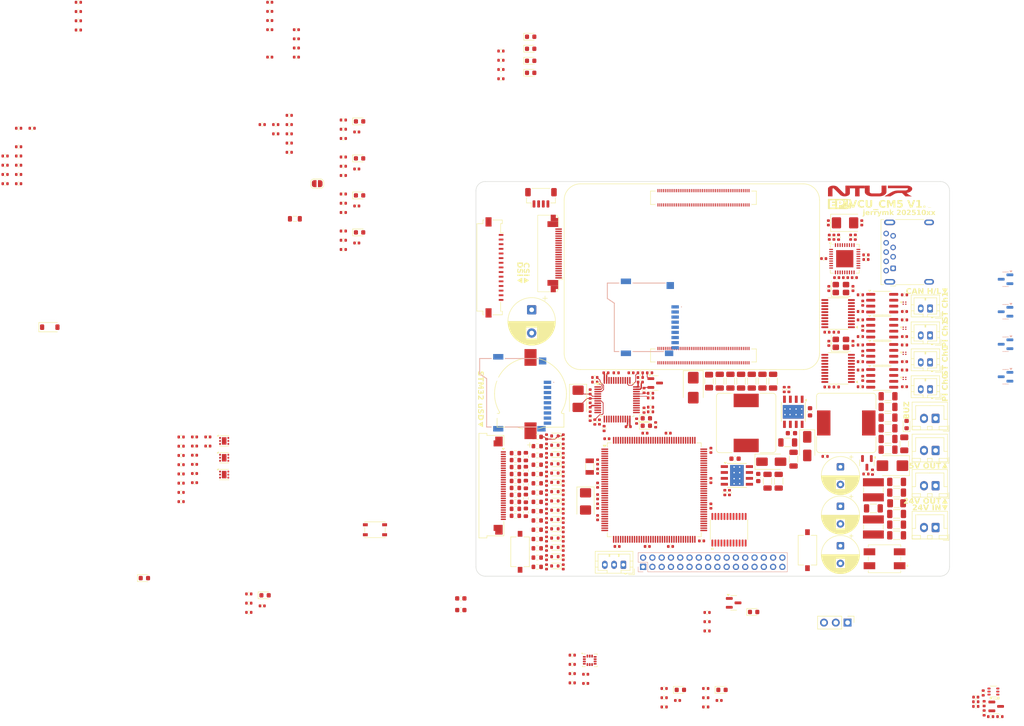
<source format=kicad_pcb>
(kicad_pcb (version 20241229) (generator "pcbnew") (generator_version "9.0")
  (title_block (title "VCU") (date "2025-06-29") (rev "3.0") (company "NTURacing Team") (comment 1 "Jack Kuo, Jerrymk, ML Tsou") (comment 2 "Electrical group"))
  (layers (0 "F.Cu" signal) (4 "In1.Cu" signal) (6 "In2.Cu" signal) (8 "In3.Cu" signal) (10 "In4.Cu" signal) (2 "B.Cu" signal) (13 "F.Paste" user) (15 "B.Paste" user) (5 "F.SilkS" user "F.Silkscreen") (7 "B.SilkS" user "B.Silkscreen") (1 "F.Mask" user) (3 "B.Mask" user) (25 "Edge.Cuts" user))
  (net 0 "")
  (net 1 "GND")
  (net 2 "+3V_BAT")
  (net 3 "+3V3")
  (net 4 "/power/5v buck mcu/24V_IN")
  (net 5 "Net-(C5-Pad1)")
  (net 6 "Net-(C6-Pad1)")
  (net 7 "/power/5V_proUPS")
  (net 8 "/vcu mcu/button3")
  (net 9 "/vcu mcu/button1")
  (net 10 "/vcu mcu/button2")
  (net 11 "/vcu mcu/button5")
  (net 12 "/vcu mcu/button4")
  (net 13 "+24V")
  (net 14 "/vcu mcu/button7")
  (net 15 "/vcu mcu/button6")
  (net 16 "/vcu mcu/current loop sensors/CL_CH1")
  (net 17 "/stlink/OSC_IN")
  (net 18 "/stlink/OSC_OUT")
  (net 19 "/computer/3V3_CAM")
  (net 20 "+5V_CPN")
  (net 21 "/computer/3V3_DISP")
  (net 22 "+5V")
  (net 23 "+5V_RPI")
  (net 24 "/vcu mcu/current loop sensors/CL_CH2")
  (net 25 "/vcu mcu/current loop sensors/CL_CH3")
  (net 26 "/vcu mcu/current loop sensors/CL_CH4")
  (net 27 "/vcu mcu/current loop sensors/CL_CH5")
  (net 28 "/vcu mcu/current loop sensors/CL_CH6")
  (net 29 "/vcu mcu/current loop sensors/CL_CH7")
  (net 30 "/vcu mcu/current loop sensors/CL_CH8")
  (net 31 "/vcu mcu/current loop sensors/CL_CH9")
  (net 32 "Net-(D11-K)")
  (net 33 "/vcu mcu/current loop sensors/CL_CH10")
  (net 34 "/vcu mcu/current loop sensors/CL_CH11")
  (net 35 "/vcu mcu/current loop sensors/CL_CH12")
  (net 36 "/vcu mcu/current loop sensors/CL_CH13")
  (net 37 "/vcu mcu/current loop sensors/CL_CH14")
  (net 38 "/stlink/DEBUG.RST")
  (net 39 "/vcu mcu/VCAP1")
  (net 40 "/vcu mcu/VCAP2")
  (net 41 "/vcu mcu/VDDA_MCU")
  (net 42 "/vcu mcu/OSC_IN")
  (net 43 "/vcu mcu/OSC_OUT")
  (net 44 "/vcu mcu/OSC32_IN")
  (net 45 "/vcu mcu/OSC32_OUT")
  (net 46 "/vcu mcu/current loop sensors/CL_CH15")
  (net 47 "Net-(D9-K)")
  (net 48 "Net-(D10-K)")
  (net 49 "/stlink/LED_STLINK")
  (net 50 "Net-(Q1-D)")
  (net 51 "Net-(Q1-G)")
  (net 52 "/computer/compute module/nACT_LED")
  (net 53 "/vcu mcu/RTD light gate")
  (net 54 "/power/PWR_LOSS")
  (net 55 "/stlink/S_DIO")
  (net 56 "/stlink/S_CLK")
  (net 57 "/computer/MIPI0.D1_P")
  (net 58 "/computer/MIPI0.D2_N")
  (net 59 "/computer/MIPI0.D3_P")
  (net 60 "/computer/MIPI0.D0_N")
  (net 61 "/computer/MIPI0.D1_N")
  (net 62 "/computer/MIPI0.D0_P")
  (net 63 "/computer/MIPI0.GPIO0")
  (net 64 "/computer/MIPI0.SCL")
  (net 65 "/computer/MIPI0.D2_P")
  (net 66 "/computer/MIPI0.C_N")
  (net 67 "/computer/MIPI0.C_P")
  (net 68 "/computer/MIPI0.D3_N")
  (net 69 "/computer/MIPI0.GPIO1")
  (net 70 "/computer/MIPI0.SDA")
  (net 71 "/computer/compute module/FAN_TACH")
  (net 72 "/computer/compute module/FAN_PWM")
  (net 73 "/computer/SD.D2")
  (net 74 "/computer/SD.D0")
  (net 75 "/computer/SD.D1")
  (net 76 "/computer/SD.D3")
  (net 77 "/computer/SD.CMD")
  (net 78 "/computer/SD.CK")
  (net 79 "/vcu mcu/button_raw7")
  (net 80 "/vcu mcu/button_raw6")
  (net 81 "/vcu mcu/RTDlight")
  (net 82 "/vcu mcu/I2C2_SDA")
  (net 83 "/vcu mcu/button_raw3")
  (net 84 "/vcu mcu/button_raw2")
  (net 85 "/vcu mcu/SPI4_MOSI_5VTTL")
  (net 86 "/vcu mcu/I2C2_SCL")
  (net 87 "/vcu mcu/button_raw5")
  (net 88 "/vcu mcu/SPI4_CS_5VTTL")
  (net 89 "/vcu mcu/button_raw1")
  (net 90 "/vcu mcu/SPI4_SCK_5VTTL")
  (net 91 "/vcu mcu/SPI4_LEDPWM_5VTTL")
  (net 92 "/vcu mcu/button_raw4")
  (net 93 "/vcu mcu/USART6_TX")
  (net 94 "/vcu mcu/USART6_RX")
  (net 95 "/vcu mcu/SDMMC1_D0")
  (net 96 "Net-(Q3-G)")
  (net 97 "Net-(D33-K)")
  (net 98 "Net-(D35-K)")
  (net 99 "Net-(D36-K)")
  (net 100 "/vcu mcu/SDMMC1_CK")
  (net 101 "/vcu mcu/SDMMC1_D1")
  (net 102 "/vcu mcu/SDMMC1_D2")
  (net 103 "/vcu mcu/SDMMC1_CMD")
  (net 104 "/vcu mcu/SDMMC1_D3")
  (net 105 "/vcu mcu/buzzer/buzzer_outbox")
  (net 106 "/computer/PCIe.nCLKREQ")
  (net 107 "/computer/PCIe.TX_P")
  (net 108 "/computer/PCIe.RX_P")
  (net 109 "/computer/PCIe.RX_N")
  (net 110 "/computer/PCIe.CLK_P")
  (net 111 "/computer/PCIe.nWAKE")
  (net 112 "/computer/PCIe.TX_N")
  (net 113 "/computer/PCIe.nRST")
  (net 114 "/computer/PCIe.CLK_N")
  (net 115 "/vcu mcu/NRST")
  (net 116 "/computer/USB3_0.RX+")
  (net 117 "/computer/40P.GPIO26")
  (net 118 "+3V3_CMOUT")
  (net 119 "Net-(D14-K)")
  (net 120 "/USB3_1.RX-")
  (net 122 "/computer/compute module/ETH_nACT_LED")
  (net 123 "/USB3_1.TX-")
  (net 124 "/computer/compute module/CC2")
  (net 125 "/computer/PCIe.PWR_EN")
  (net 126 "/computer/40P.GPIO8")
  (net 127 "+5V_CM")
  (net 128 "/computer/40P.GPIO16")
  (net 129 "/computer/compute module/HDMI1.CK_N")
  (net 130 "/USB3_1.D+")
  (net 131 "/computer/compute module/HDMI1.D1_P")
  (net 132 "/computer/compute module/HDMI1.D2_P")
  (net 133 "/computer/40P.GPIO4")
  (net 134 "/computer/40P.GPIO10")
  (net 135 "/computer/40P.GPIO6")
  (net 136 "/computer/compute module/USB_D+")
  (net 137 "/computer/compute module/HDMI1.SCL")
  (net 138 "/computer/40P.GPIO17")
  (net 139 "/computer/compute module/HDMI0.D0_P")
  (net 140 "/computer/compute module/HDMI1.CEC")
  (net 141 "/computer/40P.ID_SC")
  (net 142 "/computer/compute module/nPWR_LED")
  (net 143 "/computer/compute module/MIPI1.D2_P")
  (net 144 "/computer/40P.GPIO3")
  (net 145 "/computer/compute module/HDMI1.HOTPLUG")
  (net 146 "/computer/compute module/ETH.TRD0_N")
  (net 147 "/computer/compute module/MIPI1.D3_P")
  (net 148 "/computer/compute module/HDMI0.D1_N")
  (net 149 "Net-(Module1A-nRPIBOOT)")
  (net 150 "/computer/compute module/MIPI1.D0_N")
  (net 151 "/computer/USB3_0.D+")
  (net 152 "/computer/compute module/HDMI0.CK_N")
  (net 153 "/computer/compute module/CC1")
  (net 155 "/computer/compute module/ETH_nSPD_LED")
  (net 156 "/computer/40P.GPIO13")
  (net 157 "/computer/compute module/MIPI1.D1_P")
  (net 159 "/computer/40P.GPIO12")
  (net 160 "/computer/compute module/MIPI1.D1_N")
  (net 161 "Net-(Module1A-EEPROM_nWP)")
  (net 162 "/computer/40P.GPIO19")
  (net 163 "/computer/USB3_0.RX-")
  (net 164 "/computer/compute module/ETH.TRD1_P")
  (net 165 "/computer/compute module/HDMI0.D0_N")
  (net 166 "/USB3_1.TX+")
  (net 167 "/computer/compute module/HDMI1.D1_N")
  (net 168 "/computer/compute module/HDMI0.CK_P")
  (net 169 "/computer/compute module/HDMI0.D2_P")
  (net 170 "/computer/40P.GPIO18")
  (net 171 "/computer/40P.GPIO27")
  (net 172 "/computer/40P.ID_SD")
  (net 173 "/computer/40P.GPIO7")
  (net 174 "/computer/compute module/PWR_BTN")
  (net 175 "/computer/compute module/MIPI1.D0_P")
  (net 176 "/computer/compute module/HDMI0.SDA")
  (net 177 "+1V8_CMOUT")
  (net 178 "/computer/40P.GPIO2")
  (net 179 "/computer/compute module/HDMI0.HOTPLUG")
  (net 180 "/computer/40P.GPIO22")
  (net 181 "/USB3_1.D-")
  (net 182 "/computer/compute module/HDMI0.SCL")
  (net 183 "/computer/compute module/ETH.TRD3_N")
  (net 184 "/computer/compute module/MIPI1.D2_N")
  (net 185 "/computer/compute module/HDMI0.CEC")
  (net 186 "/computer/compute module/HDMI0.D1_P")
  (net 187 "/computer/compute module/ETH.TRD1_N")
  (net 188 "/computer/USB3_0.TX+")
  (net 189 "/computer/40P.GPIO23")
  (net 190 "/computer/compute module/HDMI1.SDA")
  (net 191 "/computer/compute module/VBUS_EN")
  (net 192 "/computer/compute module/MIPI1.D3_N")
  (net 193 "/computer/40P.GPIO24")
  (net 194 "Net-(Module1A-BT_nDisable)")
  (net 195 "/computer/SD_PWR_ON")
  (net 196 "/computer/compute module/HDMI1.D2_N")
  (net 197 "/computer/compute module/ETH.TRD2_P")
  (net 198 "/computer/40P.GPIO14")
  (net 199 "/computer/40P.GPIO5")
  (net 200 "/computer/40P.GPIO20")
  (net 202 "/computer/compute module/ETH.TRD0_P")
  (net 203 "/computer/40P.GPIO9")
  (net 204 "/computer/compute module/USB_D-")
  (net 205 "/computer/40P.GPIO25")
  (net 207 "/computer/compute module/ETH_SYNC_OUT")
  (net 208 "/USB3_1.RX+")
  (net 209 "/computer/compute module/HDMI1.CK_P")
  (net 210 "/computer/USB3_0.TX-")
  (net 211 "/computer/compute module/MIPI1.C_P")
  (net 212 "/computer/compute module/HDMI0.D2_N")
  (net 214 "/computer/compute module/HDMI1.D0_N")
  (net 215 "/computer/USB3_0.D-")
  (net 216 "/computer/40P.GPIO21")
  (net 217 "Net-(Module1A-WiFi_nDisable)")
  (net 218 "/computer/40P.GPIO11")
  (net 219 "/computer/compute module/MIPI1.C_N")
  (net 220 "/computer/compute module/ETH.TRD3_P")
  (net 221 "/computer/compute module/HDMI1.D0_P")
  (net 222 "/computer/compute module/ETH.TRD2_N")
  (net 223 "/computer/40P.GPIO15")
  (net 224 "Net-(Q2-E)")
  (net 225 "Net-(Q2-B)")
  (net 226 "Net-(U1-ST)")
  (net 227 "/vcu mcu/I2C4_SCL")
  (net 228 "/vcu mcu/I2C4_SDA")
  (net 229 "/stlink/BOOT0")
  (net 230 "/stlink/t_DIO")
  (net 231 "/stlink/RENUM")
  (net 232 "/stlink/VCP_MCU.RX")
  (net 233 "/stlink/USART2_TX")
  (net 234 "/stlink/VCP_MCU.TX")
  (net 235 "/stlink/USART2_RX")
  (net 236 "/stlink/DEBUG.CLK")
  (net 237 "/stlink/t_CLK")
  (net 238 "/stlink/DEBUG.DIO")
  (net 239 "/stlink/USB_DP")
  (net 240 "/DFP0.D+")
  (net 241 "/stlink/USB_DN")
  (net 242 "/DFP0.D-")
  (net 243 "/computer/MIPI1.SDA")
  (net 244 "/computer/MIPI1.SCL")
  (net 245 "/vcu mcu/TP_MISO")
  (net 246 "/vcu mcu/LCD_SCK")
  (net 247 "/vcu mcu/LCD_CS")
  (net 248 "/vcu mcu/TP_CS")
  (net 249 "/vcu mcu/LCD_MISO")
  (net 250 "/vcu mcu/TP_IRQ")
  (net 251 "/vcu mcu/TP_MOSI")
  (net 252 "/vcu mcu/LCD_DC")
  (net 253 "/vcu mcu/TP_SCK")
  (net 254 "/vcu mcu/BL_PWM")
  (net 255 "/vcu mcu/LCD_MOSI")
  (net 256 "/vcu mcu/BOOT0")
  (net 257 "/vcu mcu/LED_B10")
  (net 258 "/vcu mcu/LED_B11")
  (net 259 "/vcu mcu/LED_B12")
  (net 260 "/vcu mcu/LED_B13")
  (net 261 "/vcu mcu/buzzer/buzzer_s")
  (net 262 "/CAN 2/CAN.TX")
  (net 263 "/CAN 2/CAN.RX")
  (net 264 "/CAN 1/CAN.TX")
  (net 265 "/CAN 1/CAN.RX")
  (net 266 "/CAN 3/CAN.TX")
  (net 267 "/CAN 3/CAN.RX")
  (net 269 "/vcu mcu/IMU/LSM6D_INT2")
  (net 270 "/vcu mcu/IMU/LSM6D_INT1")
  (net 271 "/stlink/T_SWO")
  (net 274 "/vcu mcu/SPI4_MOSI")
  (net 275 "/vcu mcu/SPI4_MISO_5VTTL")
  (net 276 "/vcu mcu/SPI4_MISO")
  (net 277 "/vcu mcu/SPI4_LEDPWM")
  (net 278 "/vcu mcu/SPI4_CS")
  (net 279 "/vcu mcu/SPI4_SCK")
  (net 280 "/vcu mcu/VBAT")
  (net 281 "/DFP1.D+")
  (net 282 "/DFP1.D-")
  (net 283 "/vcu mcu/LED_CAN_ERR")
  (net 284 "/vcu mcu/24V_lowTrig")
  (net 285 "/vcu mcu/LED_CAN_RUN")
  (net 286 "/vcu mcu/buzzer_gate")
  (net 287 "/DFP2.D+")
  (net 288 "/DFP3.D+")
  (net 289 "/DFP3.D-")
  (net 290 "/DFP2.D-")
  (net 294 "Net-(U12-BOOT)")
  (net 295 "Net-(U14-XTALIN{slash}CLKIN)")
  (net 296 "Net-(U14-XTALOUT)")
  (net 297 "Net-(D5-K)")
  (net 298 "Net-(D6-K)")
  (net 299 "Net-(D7-K)")
  (net 300 "Net-(D8-K)")
  (net 301 "Net-(D13-A)")
  (net 302 "Net-(D15-A)")
  (net 303 "Net-(D29-K)")
  (net 304 "Net-(D30-K)")
  (net 305 "Net-(D31-K)")
  (net 306 "Net-(D32-K)")
  (net 307 "Net-(U13-CANH)")
  (net 308 "Net-(U13-CANL)")
  (net 309 "Net-(U17-CANH)")
  (net 310 "Net-(U17-CANL)")
  (net 311 "Net-(U18-CANH)")
  (net 312 "Net-(U18-CANL)")
  (net 313 "Net-(U4-SDO{slash}SA0)")
  (net 314 "Net-(U5-PC13)")
  (net 315 "Net-(U5-PC14)")
  (net 316 "Net-(U5-PB12)")
  (net 317 "Net-(U5-NRST)")
  (net 318 "Net-(U7-EN)")
  (net 319 "Net-(U8-EN)")
  (net 320 "Net-(U9-~{RESET})")
  (net 328 "Net-(U11-PDR_ON)")
  (net 329 "Net-(U12-VSENSE)")
  (net 330 "Net-(U13-TXD)")
  (net 331 "Net-(U13-RXD)")
  (net 332 "Net-(U13-STB)")
  (net 333 "Net-(U14-SUSP_IND{slash}LOCAL_PWR{slash}NON_REM0)")
  (net 334 "Net-(U14-RBIAS)")
  (net 335 "Net-(U14-HS_IND{slash}CFG_SEL1)")
  (net 336 "Net-(U17-TXD)")
  (net 337 "Net-(U17-RXD)")
  (net 338 "Net-(U17-STB)")
  (net 339 "Net-(U18-TXD)")
  (net 340 "Net-(U18-RXD)")
  (net 341 "Net-(U18-STB)")
  (net 430 "/power/24V_SENSE")
  (net 431 "Net-(U2-BOOT)")
  (net 432 "Net-(D2-K)")
  (net 433 "Net-(C16-Pad1)")
  (net 434 "Net-(J10-VDD)")
  (net 435 "Net-(C113-Pad1)")
  (net 436 "Net-(J2-Pin_2)")
  (net 437 "Net-(J2-Pin_1)")
  (net 438 "Net-(U3-CANL)")
  (net 439 "Net-(U3-CANH)")
  (net 441 "Net-(J11-Pin_25)")
  (net 442 "Net-(J11-Pin_9)")
  (net 443 "Net-(J11-Pin_17)")
  (net 444 "Net-(J11-Pin_21)")
  (net 445 "Net-(J11-Pin_3)")
  (net 446 "Net-(J11-Pin_11)")
  (net 447 "Net-(J11-Pin_27)")
  (net 448 "Net-(J11-Pin_5)")
  (net 449 "Net-(J11-Pin_1)")
  (net 450 "Net-(J11-Pin_23)")
  (net 451 "Net-(J11-Pin_29)")
  (net 452 "Net-(J11-Pin_13)")
  (net 453 "Net-(J11-Pin_15)")
  (net 454 "Net-(J11-Pin_7)")
  (net 455 "Net-(J11-Pin_19)")
  (net 489 "Net-(Q4-G)")
  (net 490 "Net-(U2-VSENSE)")
  (net 491 "/CAN 4/CAN.TX")
  (net 492 "Net-(U3-TXD)")
  (net 493 "Net-(U3-RXD)")
  (net 494 "/CAN 4/CAN.RX")
  (net 495 "Net-(U3-STB)")
  (net 503 "Net-(U9-OSC2)")
  (net 504 "Net-(U9-OSC1)")
  (net 505 "Net-(U19-OSC2)")
  (net 506 "Net-(U19-OSC1)")
  (net 507 "Net-(U19-~{RESET})")
  (net 521 "/CAN 4/CAN+")
  (net 522 "/CAN 4/CAN-")
  (net 523 "/CAN 2/CAN-")
  (net 524 "/CAN 2/CAN+")
  (net 525 "/CAN 1/CAN-")
  (net 526 "/CAN 1/CAN+")
  (net 527 "/CAN 3/CAN-")
  (net 528 "/CAN 3/CAN+")
  (footprint "Capacitor_SMD:C_0402_1005Metric" (layer "F.Cu") (at 228.4 153.6 180)
    (property "Reference" "C92" (hide yes))
    (property "Value" "100n")
  )
  (footprint "LED_SMD:LED_0603_1608Metric" (layer "F.Cu") (at 152.5775 164.12)
    (property "Reference" "D9" (hide yes))
    (property "Value" "WHITE Button")
  )
  (footprint "LED_SMD:LED_0603_1608Metric" (layer "F.Cu") (at 209.7875 51.59)
    (property "Reference" "D33" (hide yes))
    (property "Value" "LED")
  )
  (footprint "Capacitor_SMD:C_1206_3216Metric" (layer "F.Cu") (at 250.5 118 90)
    (property "Reference" "C20" (hide yes))
    (property "Value" "47u 10V")
  )
  (footprint "Capacitor_SMD:C_0402_1005Metric" (layer "F.Cu") (at 290.3 103)
    (property "Reference" "C23" (hide yes))
    (property "Value" "0u1")
  )
  (footprint "Capacitor_SMD:C_1206_3216Metric" (layer "F.Cu") (at 288.6 146.6)
    (property "Reference" "C8" (hide yes))
    (property "Value" "10u 35V")
  )
  (footprint "Capacitor_SMD:C_0402_1005Metric" (layer "F.Cu") (at 151.9675 166.4)
    (property "Reference" "C30" (hide yes))
    (property "Value" "330p")
  )
  (footprint "Capacitor_SMD:C_0402_1005Metric" (layer "F.Cu") (at 241.42 186.77)
    (property "Reference" "C28" (hide yes))
    (property "Value" "330p")
  )
  (footprint "Resistor_SMD:R_0402_1005Metric" (layer "F.Cu") (at 169.4375 73.7)
    (property "Reference" "R34" (hide yes))
    (property "Value" "10k")
  )
  (footprint "Capacitor_SMD:C_0402_1005Metric" (layer "F.Cu") (at 248.6 139.4 -90)
    (property "Reference" "C86" (hide yes))
    (property "Value" "100n")
  )
  (footprint "Resistor_SMD:R_0402_1005Metric" (layer "F.Cu") (at 223.6 126.8 90)
    (property "Reference" "R43" (hide yes))
    (property "Value" "10k")
  )
  (footprint "Resistor_SMD:R_0402_1005Metric" (layer "F.Cu") (at 157.7875 62.74)
    (property "Reference" "R124" (hide yes))
    (property "Value" "4k7")
  )
  (footprint "Resistor_SMD:R_0402_1005Metric" (layer "F.Cu") (at 169.4375 87.65)
    (property "Reference" "R18" (hide yes))
    (property "Value" "10k")
  )
  (footprint "Capacitor_SMD:C_0402_1005Metric" (layer "F.Cu") (at 290.3 119.2)
    (property "Reference" "C120" (hide yes))
    (property "Value" "0u1")
  )
  (footprint "Resistor_SMD:R_0603_1608Metric" (layer "F.Cu") (at 211.2 148 180)
    (property "Reference" "R92" (hide yes))
    (property "Value" "150R 1%")
  )
  (footprint "Capacitor_SMD:C_0402_1005Metric" (layer "F.Cu") (at 216.8 146 -90)
    (property "Reference" "C71" (hide yes))
    (property "Value" "10u")
  )
  (footprint "Capacitor_SMD:C_0402_1005Metric" (layer "F.Cu") (at 222.6 120.3 90)
    (property "Reference" "C35" (hide yes))
    (property "Value" "30p")
  )
  (footprint "Capacitor_SMD:C_1206_3216Metric" (layer "F.Cu") (at 252.8 118 90)
    (property "Reference" "C19" (hide yes))
    (property "Value" "47u 10V")
  )
  (footprint "Connector_JST:JST_PH_B2B-PH-K_1x02_P2.00mm_Vertical" (layer "F.Cu") (at 295.8 108.15 180)
    (property "Reference" "J18" (hide yes))
    (property "Value" "CAN")
  )
  (footprint "Package_SO:SOIC-8_3.9x4.9mm_P1.27mm" (layer "F.Cu") (at 285.5 106.6)
    (property "Reference" "U17" (hide yes))
    (property "Value" "TCAN1042VDRQ1")
  )
  (footprint "Resistor_SMD:R_0402_1005Metric" (layer "F.Cu") (at 169.4375 65.73)
    (property "Reference" "R28" (hide yes))
    (property "Value" "10k")
  )
  (footprint "Package_SO:TSSOP-24_4.4x7.8mm_P0.65mm" (layer "F.Cu") (at 252.5 150 90)
    (property "Reference" "U10" (hide yes))
    (property "Value" "SN74LVC4245APWR")
  )
  (footprint "Capacitor_SMD:C_1206_3216Metric" (layer "F.Cu") (at 257.4 118 90)
    (property "Reference" "C17" (hide yes))
    (property "Value" "47u 10V")
  )
  (footprint "Capacitor_SMD:C_0402_1005Metric" (layer "F.Cu") (at 216.8 134 -90)
    (property "Reference" "C59" (hide yes))
    (property "Value" "10u")
  )
  (footprint "Capacitor_SMD:C_0402_1005Metric" (layer "F.Cu") (at 248.6 132.9 -90)
    (property "Reference" "C90" (hide yes))
    (property "Value" "100n")
  )
  (footprint "Resistor_SMD:R_0402_1005Metric" (layer "F.Cu") (at 134.4975 139.97)
    (property "Reference" "R61" (hide yes))
    (property "Value" "100k")
  )
  (footprint "Capacitor_SMD:C_0402_1005Metric" (layer "F.Cu") (at 224.2 142.9 90)
    (property "Reference" "C103" (hide yes))
    (property "Value" "33p")
  )
  (footprint "Resistor_SMD:R_0402_1005Metric" (layer "F.Cu") (at 238.53 186.18)
    (property "Reference" "R24" (hide yes))
    (property "Value" "10k")
  )
  (footprint "Resistor_SMD:R_0402_1005Metric" (layer "F.Cu") (at 233.4 116.2)
    (property "Reference" "R46" (hide yes))
    (property "Value" "100R")
  )
  (footprint "Capacitor_SMD:C_0402_1005Metric" (layer "F.Cu") (at 213.2 134 90)
    (property "Reference" "C58" (hide yes))
    (property "Value" "1n")
  )
  (footprint "Capacitor_SMD:C_0402_1005Metric" (layer "F.Cu") (at 224.2 135.4 90)
    (property "Reference" "C105" (hide yes))
    (property "Value" "15p")
  )
  (footprint "Capacitor_SMD:C_0603_1608Metric" (layer "F.Cu") (at 253.8 134.7)
    (property "Reference" "C15" (hide yes))
    (property "Value" "10n")
  )
  (footprint "Resistor_SMD:R_0603_1608Metric" (layer "F.Cu") (at 211.2 144 180)
    (property "Reference" "R90" (hide yes))
    (property "Value" "150R 1%")
  )
  (footprint "Capacitor_SMD:C_0402_1005Metric" (layer "F.Cu") (at 246.6 152.4)
    (property "Reference" "C95" (hide yes))
    (property "Value" "100n")
  )
  (footprint "Resistor_SMD:R_0402_1005Metric" (layer "F.Cu") (at 290.3 104.8)
    (property "Reference" "R146" (hide yes))
    (property "Value" "10k")
  )
  (footprint "Resistor_SMD:R_0402_1005Metric" (layer "F.Cu") (at 96.59 71.49)
    (property "Reference" "R106" (hide yes))
    (property "Value" "0R")
  )
  (footprint "Capacitor_SMD:C_0402_1005Metric" (layer "F.Cu") (at 277.6 95.7 180)
    (property "Reference" "C127" (hide yes))
    (property "Value" "100n")
  )
  (footprint "Package_SO:SOIC-8_3.9x4.9mm_P1.27mm" (layer "F.Cu") (at 285.5 101.2)
    (property "Reference" "U3" (hide yes))
    (property "Value" "TCAN1042VDRQ1")
  )
  (footprint "Capacitor_SMD:C_0402_1005Metric" (layer "F.Cu") (at 216.8 152 -90)
    (property "Reference" "C77" (hide yes))
    (property "Value" "10u")
  )
  (footprint "Resistor_SMD:R_0402_1005Metric" (layer "F.Cu") (at 235.6 124.6)
    (property "Reference" "R49" (hide yes))
    (property "Value" "100R")
  )
  (footprint "Resistor_SMD:R_0603_1608Metric" (layer "F.Cu") (at 208.75 134.25 -90)
    (property "Reference" "R70" (hide yes))
    (property "Value" "10R")
  )
  (footprint "Capacitor_SMD:C_0402_1005Metric" (layer "F.Cu") (at 213.2 144 -90)
    (property "Reference" "C68" (hide yes))
    (property "Value" "1n")
  )
  (footprint "Capacitor_SMD:C_0402_1005Metric" (layer "F.Cu") (at 213.2 152 -90)
    (property "Reference" "C76" (hide yes))
    (property "Value" "1n")
  )
  (footprint "Resistor_SMD:R_0402_1005Metric" (layer "F.Cu") (at 151.9675 62.74)
    (property "Reference" "R110" (hide yes))
    (property "Value" "10k")
  )
  (footprint "Resistor_SMD:R_0603_1608Metric" (layer "F.Cu") (at 206.5 147)
    (property "Reference" "R83" (hide yes))
    (property "Value" "10R")
  )
  (footprint "Capacitor_SMD:C_0402_1005Metric" (layer "F.Cu") (at 248.6 144.9 -90)
    (property "Reference" "C87" (hide yes))
    (property "Value" "100n")
  )
  (footprint "Capacitor_SMD:C_1206_3216Metric" (layer "F.Cu") (at 286.75 125.85)
    (property "Reference" "C117" (hide yes))
    (property "Value" "47u 10V")
  )
  (footprint "Resistor_SMD:R_0603_1608Metric" (layer "F.Cu") (at 211.2 134 180)
    (property "Reference" "R85" (hide yes))
    (property "Value" "150R 1%")
  )
  (footprint "Jumper:SolderJumper-2_P1.3mm_Open_RoundedPad1.0x1.5mm" (layer "F.Cu") (at 163.8075 75.46)
    (property "Reference" "JP1" (hide yes))
    (property "Value" "BTN1_AS_RST")
  )
  (footprint "Resistor_SMD:R_0402_1005Metric" (layer "F.Cu") (at 134.4975 132.01)
    (property "Reference" "R57" (hide yes))
    (property "Value" "0R")
  )
  (footprint "Diode_SMD:D_SOD-523" (layer "F.Cu") (at 215 143.8 180)
    (property "Reference" "D22" (hide yes))
    (property "Value" "zener 3.6V")
  )
  (footprint "Resistor_SMD:R_0402_1005Metric" (layer "F.Cu") (at 154.8775 64.73)
    (property "Reference" "R118" (hide yes))
    (property "Value" "10k")
  )
  (footprint "Resistor_SMD:R_0402_1005Metric" (layer "F.Cu") (at 96.59 75.47)
    (property "Reference" "R108" (hide yes))
    (property "Value" "0R")
  )
  (footprint "Resistor_SMD:R_0402_1005Metric" (layer "F.Cu") (at 280.8 110.2)
    (property "Reference" "R147" (hide yes))
    (property "Value" "22R")
  )
  (footprint "Package_SON:WSON-6-1EP_2x2mm_P0.65mm_EP1x1.6mm" (layer "F.Cu") (at 143.7725 130.875)
    (property "Reference" "U6" (hide yes))
    (property "Value" "TLV75733PDRV")
  )
  (footprint "Resistor_SMD:R_0402_1005Metric" (layer "F.Cu") (at 264.4 119.8 -90)
    (property "Reference" "R132" (hide yes))
    (property "Value" "47k 1%")
  )
  (footprint "Capacitor_SMD:C_1206_3216Metric" (layer "F.Cu") (at 288.6 148.9)
    (property "Reference" "C7" (hide yes))
    (property "Value" "10u 35V")
  )
  (footprint "Capacitor_SMD:C_0402_1005Metric" (layer "F.Cu") (at 153.5875 42.3)
    (property "Reference" "C85" (hide yes))
    (property "Value" "2u2")
  )
  (footprint "Capacitor_SMD:C_0402_1005Metric" (layer "F.Cu") (at 213.2 156 -90)
    (property "Reference" "C80" (hide yes))
    (property "Value" "1n")
  )
  (footprint "Resistor_SMD:R_0402_1005Metric" (layer "F.Cu") (at 290.3 99.4)
    (property "Reference" "R12" (hide yes))
    (property "Value" "10k")
  )
  (footprint "Resistor_SMD:R_0402_1005Metric" (layer "F.Cu") (at 203.3775 50.88)
    (property "Reference" "R121" (hide yes))
    (property "Value" "1k")
  )
  (footprint "Capacitor_SMD:C_1206_3216Metric" (layer "F.Cu") (at 286.75 128.15)
    (property "Reference" "C116" (hide yes))
    (property "Value" "47u 10V")
  )
  (footprint "Fuse:Fuse_1206_3216Metric" (layer "F.Cu") (at 248.2 118 90)
    (property "Reference" "F2" (hide yes))
    (property "Value" "3A")
  )
  (footprint "Capacitor_SMD:C_0402_1005Metric" (layer "F.Cu") (at 234.4 129.2)
    (property "Reference" "C96" (hide yes))
    (property "Value" "100n")
  )
  (footprint "Resistor_SMD:R_0603_1608Metric" (layer "F.Cu") (at 211.2 146 180)
    (property "Reference" "R91" (hide yes))
    (property "Value" "150R 1%")
  )
  (footprint "Resistor_SMD:R_0402_1005Metric" (layer "F.Cu") (at 99.5 67.51)
    (property "Reference" "R111" (hide yes))
    (property "Value" "0R")
  )
  (footprint "Resistor_SMD:R_0402_1005Metric" (layer "F.Cu") (at 218.74 180.99)
    (property "Reference" "R15" (hide yes))
    (property "Value" "3k3")
  )
  (footprint "Package_SO:SOIC-8_3.9x4.9mm_P1.27mm" (layer "F.Cu") (at 285.5 112)
    (property "Reference" "U18" (hide yes))
    (property "Value" "TCAN1042VDRQ1")
  )
  (footprint "Resistor_SMD:R_0402_1005Metric" (layer "F.Cu") (at 236.7 127.4 90)
    (property "Reference" "R44" (hide yes))
    (property "Value" "220R")
  )
  (footprint "Capacitor_SMD:C_0402_1005Metric" (layer "F.Cu") (at 224.2 144.9 -90)
    (property "Reference" "C104" (hide yes))
    (property "Value" "33p")
  )
  (footprint "Resistor_SMD:R_0402_1005Metric" (layer "F.Cu") (at 169.4375 79.68)
    (property "Reference" "R21" (hide yes))
    (property "Value" "10k")
  )
  (footprint "Capacitor_SMD:C_0402_1005Metric" (layer "F.Cu") (at 281.1 83.9 -90)
    (property "Reference" "C122" (hide yes))
    (property "Value" "Xp")
  )
  (footprint "SamacSys_Parts_EP6:EXCX4CE900U" (layer "F.Cu") (at 290.3 101.2 -90)
    (property "Reference" "FL2" (hide yes))
    (property "Value" "EXC14CE121U" (hide yes))
  )
  (footprint "Capacitor_SMD:C_0402_1005Metric" (layer "F.Cu") (at 273.6 107.45 180)
    (property "Reference" "C55" (hide yes))
    (property "Value" "100n")
  )
  (footprint "Resistor_SMD:R_0402_1005Metric" (layer "F.Cu") (at 169.4375 89.64)
    (property "Reference" "R19" (hide yes))
    (property "Value" "10k")
  )
  (footprint "LED_SMD:LED_0603_1608Metric" (layer "F.Cu") (at 172.9375 85.96)
    (property "Reference" "D5" (hide yes))
    (property "Value" "WHITE Button")
  )
  (footprint "Resistor_SMD:R_0402_1005Metric" (layer "F.Cu") (at 290.3 110.2)
    (property "Reference" "R149" (hide yes))
    (property "Value" "10k")
  )
  (footprint "Resistor_SMD:R_0402_1005Metric" (layer "F.Cu") (at 280.8 108.4)
    (property "Reference" "R145" (hide yes))
    (property "Value" "22R")
  )
  (footprint "Resistor_SMD:R_0402_1005Metric" (layer "F.Cu") (at 203.3775 48.89)
    (property "Reference" "R120" (hide yes))
    (property "Value" "1k")
  )
  (footprint "LED_SMD:LED_0603_1608Metric" (layer "F.Cu") (at 250.99 184.49)
    (property "Reference" "D11" (hide yes))
    (property "Value" "WHITE Button")
  )
  (footprint "Resistor_SMD:R_0402_1005Metric" (layer "F.Cu") (at 99.5 71.49)
    (property "Reference" "R113" (hide yes))
    (property "Value" "0R")
  )
  (footprint "Resistor_SMD:R_0402_1005Metric" (layer "F.Cu") (at 99.5 69.5)
    (property "Reference" "R112" (hide yes))
    (property "Value" "0R")
  )
  (footprint "Crystal:Crystal_SMD_5032-2Pin_5.0x3.2mm" (layer "F.Cu") (at 221.6 143.9 -90)
    (property "Reference" "Y3" (hide yes))
    (property "Value" "8MHz X50328MSB2GI")
  )
  (footprint "nturt_kicad_lib_EP7:Common_Mode_Choke_4A_ACM70V7012PLTL00" (layer "F.Cu") (at 286 156.25 180)
    (property "Reference" "FL1" (hide yes))
    (property "Value" "ACM70V-701-2PL-TL00" (hide yes))
  )
  (footprint "Resistor_SMD:R_0603_1608Metric" (layer "F.Cu") (at 206.5 141)
    (property "Reference" "R77" (hide yes))
    (property "Value" "10R")
  )
  (footprint "Resistor_SMD:R_0402_1005Metric" (layer "F.Cu") (at 223.6 117.2 180)
    (property "Reference" "R40" (hide yes))
    (property "Value" "10k")
  )
  (footprint "Resistor_SMD:R_0402_1005Metric" (layer "F.Cu") (at 169.4375 69.72)
    (property "Reference" "R32" (hide yes))
    (property "Value" "1k")
  )
  (footprint "Resistor_SMD:R_0402_1005Metric" (layer "F.Cu") (at 134.4975 134)
    (property "Reference" "R58" (hide yes))
    (property "Value" "0R")
  )
  (footprint "Resistor_SMD:R_0402_1005Metric" (layer "F.Cu") (at 279.7 87 -90)
    (property "Reference" "R137" (hide yes))
    (property "Value" "56k")
  )
  (footprint "Connector_FFC-FPC:Amphenol_F32Q-1A7x1-11030_1x30-1MP_P0.5mm_Horizontal" (layer "F.Cu") (at 201 140.5 -90)
    (property "Reference" "J11" (hide yes))
    (property "Value" "Conn_01x30_Socket")
  )
  (footprint "Resistor_SMD:R_0603_1608Metric" (layer "F.Cu") (at 211.2 156 180)
    (property "Reference" "R96" (hide yes))
    (property "Value" "150R 1%")
  )
  (footprint "Capacitor_SMD:C_0402_1005Metric" (layer "F.Cu") (at 239.9 153.6 180)
    (property "Reference" "C94" (hide yes))
    (property "Value" "100n")
  )
  (footprint "Resistor_SMD:R_0402_1005Metric" (layer "F.Cu") (at 169.4375 71.71)
    (property "Reference" "R33" (hide yes))
    (property "Value" "10k")
  )
  (footprint "Resistor_SMD:R_0402_1005Metric" (layer "F.Cu") (at 235.6 120.6 180)
    (property "Reference" "R54" (hide yes))
    (property "Value" "100R")
  )
  (footprint "Resistor_SMD:R_0402_1005Metric" (layer "F.Cu") (at 235.6 123.6 180)
    (property "Reference" "R50" (hide yes))
    (property "Value" "100R")
  )
  (footprint "Capacitor_SMD:C_0402_1005Metric" (layer "F.Cu") (at 213.2 148 -90)
    (property "Reference" "C72" (hide yes))
    (property "Value" "1n")
  )
  (footprint "Resistor_SMD:R_0402_1005Metric" (layer "F.Cu") (at 225.6 128.2 90)
    (property "Reference" "R48" (hide yes))
    (property "Value" "100R")
  )
  (footprint "Resistor_SMD:R_0402_1005Metric" (layer "F.Cu") (at 99.5 75.47)
    (property "Reference" "R115" (hide yes))
    (property "Value" "0R")
  )
  (footprint "Package_TO_SOT_SMD:SOT-363_SC-70-6" (layer "F.Cu") (at 309.45 184.85 180)
    (property "Reference" "U1" (hide yes))
    (property "Value" "LM66100DCK")
  )
  (footprint "Resistor_SMD:R_0402_1005Metric" (layer "F.Cu") (at 247.49 184.19)
    (property "Reference" "R35" (hide yes))
    (property "Value" "1k")
  )
  (footprint "Resistor_SMD:R_0402_1005Metric" (layer "F.Cu") (at 238.53 188.17)
    (property "Reference" "R25" (hide yes))
    (property "Value" "10k")
  )
  (footprint "Resistor_SMD:R_0402_1005Metric" (layer "F.Cu") (at 157.7875 64.73)
    (property "Reference" "R125" (hide yes))
    (property "Value" "4k7")
  )
  (footprint "Capacitor_SMD:C_0402_1005Metric" (layer "F.Cu") (at 137.3875 137.89)
    (property "Reference" "C48" (hide yes))
    (property "Value" "1u")
  )
  (footprint "Diode_SMD:D_SOD-523" (layer "F.Cu") (at 215 131.8 180)
    (property "Reference" "D16" (hide yes))
    (property "Value" "zener 3.6V")
  )
  (footprint "Capacitor_SMD:C_0603_1608Metric" (layer "F.Cu") (at 194.7375 167.3)
    (property "Reference" "C52" (hide yes))
    (property "Value" "10u")
  )
  (footprint "Capacitor_SMD:C_0402_1005Metric" (layer "F.Cu") (at 221.63 183.1)
    (property "Reference" "C25" (hide yes))
    (property "Value" "0u1")
  )
  (footprint "Resistor_SMD:R_0402_1005Metric" (layer "F.Cu") (at 280.8 103)
    (property "Reference" "R11" (hide yes))
    (property "Value" "22R")
  )
  (footprint "Resistor_SMD:R_0402_1005Metric" (layer "F.Cu") (at 280.8 115.6)
    (property "Reference" "R134" (hide yes))
    (property "Value" "22R")
  )
  (footprint "Capacitor_SMD:C_0402_1005Metric" (layer "F.Cu") (at 172.3275 72.3)
    (property "Reference" "C31" (hide yes))
    (property "Value" "330p")
  )
  (footprint "Resistor_SMD:R_0402_1005Metric" (layer "F.Cu") (at 218.74 179)
    (property "Reference" "R14" (hide yes))
    (property "Value" "10k")
  )
  (footprint "Capacitor_SMD:C_0402_1005Metric" (layer "F.Cu") (at 222.6 122.2 -90)
    (property "Reference" "C36" (hide yes))
    (property "Value" "30p")
  )
  (footprint "Resistor_SMD:R_0402_1005Metric" (layer "F.Cu") (at 310.85 190.25)
    (property "Reference" "R4" (hide yes))
    (property "Value" "20k")
  )
  (footprint "Capacitor_SMD:C_0402_1005Metric" (layer "F.Cu") (at 140.2575 130.01)
    (property "Reference" "C50" (hide yes))
    (property "Value" "1u")
  )
  (footprint "Diode_SMD:D_SOD-523" (layer "F.Cu") (at 215 129.8 180)
    (property "Reference" "D12" (hide yes))
    (property "Value" "zener 3.6V")
  )
  (footprint "MountingHole:MountingHole_3.2mm_M3" (layer "F.Cu") (at 202 79)
    (property "Reference" "H1" (hide yes))
    (property "Value" "MountingHole")
  )
  (footprint "Diode_SMD:D_SOD-523" (layer "F.Cu") (at 215 149.8 180)
    (property "Reference" "D25" (hide yes))
    (property "Value" "zener 3.6V")
  )
  (footprint "Crystal:Crystal_SMD_3215-2Pin_3.2x1.5mm" (layer "F.Cu") (at 222.5 136.4 90)
    (property "Reference" "Y4" (hide yes))
    (property "Value" "32.768kHz Q13FC13500004")
  )
  (footprint "Capacitor_SMD:C_0402_1005Metric" (layer "F.Cu") (at 281.3 112 90)
    (property "Reference" "C142" (hide yes))
    (property "Value" "0u1")
  )
  (footprint "Resistor_SMD:R_0402_1005Metric" (layer "F.Cu") (at 102.41 63.53)
    (property "Reference" "R116" (hide yes))
    (property "Value" "0R")
  )
  (footprint "Resistor_SMD:R_0603_1608Metric" (layer "F.Cu") (at 206.5 135)
    (property "Reference" "R71" (hide yes))
    (property "Value" "10R")
  )
  (footprint "Capacitor_SMD:C_0402_1005Metric" (layer "F.Cu") (at 159.3275 46.24)
    (property "Reference" "C101" (hide yes))
    (property "Value" "10u 6V")
  )
  (footprint "Resistor_SMD:R_0402_1005Metric" (layer "F.Cu") (at 247.49 188.17)
    (property "Reference" "R37" (hide yes))
    (property "Value" "10k")
  )
  (footprint "Resistor_SMD:R_0402_1005Metric" (layer "F.Cu") (at 276.1 87 -90)
    (property "Reference" "R138" (hide yes))
    (property "Value" "12k")
  )
  (footprint "Package_TO_SOT_SMD:SOT-23" (layer "F.Cu") (at 236.6 118.4)
    (property "Reference" "Q2" (hide yes))
    (property "Value" "MMBT3904")
  )
  (footprint "Capacitor_SMD:C_0402_1005Metric" (layer "F.Cu") (at 172.3275 64.33)
    (property "Reference" "C29" (hide yes))
    (property "Value" "330p")
  )
  (footprint "Capacitor_SMD:C_0603_1608Metric" (layer "F.Cu") (at 265.95 129.2)
    (property "Reference" "C111" (hide yes))
    (property "Value" "0u1")
  )
  (footprint "Resistor_SMD:R_0402_1005Metric" (layer "F.Cu") (at 134.4975 143.95)
    (property "Reference" "R63" (hide yes))
    (property "Value" "100k")
  )
  (footprint "Package_SON:WSON-6-1EP_2x2mm_P0.65mm_EP1x1.6mm" (layer "F.Cu") (at 143.7725 134.5)
    (property "Reference" "U7" (hide yes))
    (property "Value" "TLV75733PDRV")
  )
  (footprint "Capacitor_SMD:C_0402_1005Metric" (layer "F.Cu") (at 213.2 154 -90)
    (property "Reference" "C78" (hide yes))
    (property "Value" "1n")
  )
  (footprint "Resistor_SMD:R_0603_1608Metric" (layer "F.Cu") (at 208.75 137.25 -90)
    (property "Reference" "R73" (hide yes))
    (property "Value" "10R")
  )
  (footprint "LED_SMD:LED_0603_1608Metric" (layer "F.Cu") (at 126.5875 160.42)
    (property "Reference" "D15" (hide yes))
    (property "Value" "RED")
  )
  (footprint "Resistor_SMD:R_0603_1608Metric" (layer "F.Cu") (at 211.2 154 180)
    (property "Reference" "R95" (hide yes))
    (property "Value" "150R 1%")
  )
  (footprint "Capacitor_SMD:C_1206_3216Metric" (layer "F.Cu") (at 286.75 132.75)
    (property "Reference" "C114" (hide yes))
    (property "Value" "47u 10V")
  )
  (footprint "SamacSys_Parts_EP6:EXCX4CE900U" (layer "F.Cu") (at 290.3 117.4 -90)
    (property "Reference" "FL3" (hide yes))
    (property "Value" "EXC14CE121U" (hide yes))
  )
  (footprint "CM5IO:Raspberry-Pi-5-Compute-Module" (layer "F.Cu") (at 268.5 112 90)
    (property "Reference" "Module1" (hide yes))
    (property "Value" "ComputeModule5-CM5")
  )
  (footprint "Resistor_SMD:R_0402_1005Metric" (layer "F.Cu") (at 280.8 99.4)
    (property "Reference" "R10" (hide yes))
    (property "Value" "22R")
  )
  (footprint "LED_SMD:LED_0603_1608Metric" (layer "F.Cu") (at 209.7875 49)
    (property "Reference" "D32" (hide yes))
    (property "Value" "LED")
  )
  (footprint "Resistor_SMD:R_0402_1005Metric" (layer "F.Cu") (at 134.4975 141.96)
    (property "Reference" "R62" (hide yes))
    (property "Value" "100k")
  )
  (footprint "Resistor_SMD:R_0603_1608Metric" (layer "F.Cu") (at 206.5 138)
    (property "Reference" "R74" (hide yes))
    (property "Value" "10R")
  )
  (footprint "Diode_SMD:D_SOD-523" (layer "F.Cu") (at 215 135.8 180)
    (property "Reference" "D18" (hide yes))
    (property "Value" "zener 3.6V")
  )
  (footprint "Resistor_SMD:R_0402_1005Metric" (layer "F.Cu") (at 149.0775 167.8)
    (property "Reference" "R31" (hide yes))
    (property "Value" "10k")
  )
  (footprint "Capacitor_SMD:C_1206_3216Metric" (layer "F.Cu") (at 259.7 118 90)
    (property "Reference" "C18" (hide yes))
    (property "Value" "47u 10V")
  )
  (footprint "Resistor_SMD:R_0402_1005Metric" (layer "F.Cu") (at 169.4375 77.69)
    (property "Reference" "R20" (hide yes))
    (property "Value" "1k")
  )
  (footprint "Resistor_SMD:R_0402_1005Metric" (layer "F.Cu") (at 233.4 117.2 180)
    (property "Reference" "R52" (hide yes))
    (property "Value" "33k")
  )
  (footprint "Package_TO_SOT_SMD:SOT-23" (layer "F.Cu") (at 282.2 135.6 -90)
    (property "Reference" "Q4" (hide yes))
    (property "Value" "2N7002")
  )
  (footprint "Resistor_SMD:R_0402_1005Metric" (layer "F.Cu") (at 280.8 119.2)
    (property "Reference" "R135" (hide yes))
    (property "Value" "22R")
  )
  (footprint "Resistor_SMD:R_0402_1005Metric" (layer "F.Cu") (at 157.7875 68.71)
    (property "Reference" "R127" (hide yes))
    (property "Value" "4k7")
  )
  (footprint "Package_SO:TI_SO-PowerPAD-8_ThermalVias" (layer "F.Cu") (at 266.35 124.6 -90)
    (property "Reference" "U12" (hide yes))
    (property "Value" "TPS5430DDA")
  )
  (footprint "Diode_SMD:D_SOD-523" (layer "F.Cu") (at 215 155.8 180)
    (property "Reference" "D28" (hide yes))
    (property "Value" "zener 3.6V")
  )
  (footprint "Diode_SMD:D_SMA" (layer "F.Cu") (at 269.35 132 -90)
    (property "Reference" "D36" (hide yes))
    (property "Value" "SS54")
  )
  (footprint "Capacitor_SMD:C_0402_1005Metric" (layer "F.Cu") (at 137.3875 135.92)
    (property "Reference" "C47" (hide yes))
    (property "Value" "1u")
  )
  (footprint "Capacitor_SMD:C_0402_1005Metric" (layer "F.Cu") (at 153.5875 40.33)
    (property "Reference" "C84" (hide yes))
    (property "Value" "100n")
  )
  (footprint "Capacitor_SMD:C_0402_1005Metric" (layer "F.Cu") (at 279.2 98.05 -90)
    (property "Reference" "C53" (hide yes))
    (property "Value" "30p")
  )
  (footprint "Connector_USB:USB3_A_Molex_48393-001" (layer "F.Cu") (at 287.85 93.7 90)
    (property "Reference" "J1" (hide yes))
    (property "Value" "USB3_A")
  )
  (footprint "LED_SMD:LED_0603_1608Metric" (layer "F.Cu") (at 290.75 127.35 90)
    (property "Reference" "D35" (hide yes))
    (property "Value" "WHITE LED")
  )
  (footprint "Capacitor_SMD:C_1206_3216Metric" (layer "F.Cu") (at 265.15 131.2 180)
    (property "Reference" "C109" (hide yes))
    (property "Value" "10u 50V")
  )
  (footprint "Resistor_SMD:R_0402_1005Metric" (layer "F.Cu") (at 283.4 137.6 90)
    (property "Reference" "R130" (hide yes))
    (property "Value" "100k")
  )
  (footprint "Package_QFP:LQFP-144_20x20mm_P0.5mm" (layer "F.Cu") (at 236.4 141.4)
    (property "Reference" "U11" (hide yes))
    (property "Value" "STM32H743ZITx")
  )
  (footprint "LED_SMD:LED_0603_1608Metric" (layer "F.Cu") (at 209.7875 43.82)
    (property "Reference" "D30" (hide yes))
    (property "Value" "LED")
  )
  (footprint "Capacitor_SMD:C_1206_3216Metric" (layer "F.Cu") (at 262 118 90)
    (property "Reference" "C21" (hide yes))
    (property "Value" "47u 10V")
  )
  (footprint "Capacitor_SMD:C_0402_1005Metric" (layer "F.Cu") (at 278.7 87 90)
    (property "Reference" "C123" (hide yes))
    (property "Value" "100n")
  )
  (footprint "Resistor_SMD:R_0402_1005Metric" (layer "F.Cu") (at 157.7875 66.72)
    (property "Reference" "R126" (hide yes))
    (property "Value" "4k7")
  )
  (footprint "Package_SO:TSSOP-20_4.4x6.5mm_P0.65mm" (layer "F.Cu") (at 276 103.45 180)
    (property "Reference" "U9" (hide yes))
    (property "Value" "MCP2515-xST")
  )
  (footprint "Capacitor_SMD:C_0402_1005Metric" (layer "F.Cu") (at 216.8 148 -90)
    (property "Reference" "C73" (hide yes))
    (property "Value" "10u")
  )
  (footprint "Capacitor_SMD:C_0402_1005Metric" (layer "F.Cu") (at 305.65 186.05 180)
    (property "Reference" "C11" (hide yes))
    (property "Value" "1u")
  )
  (footprint "Capacitor_SMD:C_0402_1005Metric" (layer "F.Cu") (at 140.2575 131.98)
    (property "Reference" "C51" (hide yes))
    (property "Value" "1u")
  )
  (footprint "Resistor_SMD:R_0402_1005Metric" (layer "F.Cu") (at 169.4375 61.75)
    (property "Reference" "R26" (hide yes))
    (property "Value" "1k")
  )
  (footprint "LED_SMD:LED_0603_1608Metric" (layer "F.Cu") (at 172.9375 77.99)
    (property "Reference" "D6" (hide yes))
    (property "Value" "WHITE Button")
  )
  (footprint "Capacitor_SMD:C_0402_1005Metric" (layer "F.Cu") (at 216.8 140 -90)
    (property "Reference" "C65" (hide yes))
    (property "Value" "10u")
  )
  (footprint "LED_SMD:LED_0603_1608Metric" (layer "F.Cu") (at 234.7 127.6)
    (property "Reference" "D13" (hide yes))
    (property "Value" "YELLOW led")
  )
  (footprint "Capacitor_SMD:C_0402_1005Metric" (layer "F.Cu") (at 172.3275 88.24)
    (property "Reference" "C26" (hide yes))
    (property "Value" "330p")
  )
  (footprint "Diode_SMD:D_SOD-123" (layer "F.Cu") (at 106.2125 106.37)
    (property "Reference" "D1" (hide yes))
    (property "Value" "zener 27V (BZT52C27)")
  )
  (footprint "LED_SMD:LED_0603_1608Metric" (layer "F.Cu") (at 234.7 126)
    (property "Reference" "D14" (hide yes))
    (property "Value" "RED led")
  )
  (footprint "MountingHole:MountingHole_3.2mm_M3" (layer "F.Cu") (at 296 156)
    (property "Reference" "H3" (hide yes))
    (property "Value" "MountingHole")
  )
  (footprint "Capacitor_SMD:C_0402_1005Metric" (layer "F.Cu") (at 213.2 146 -90)
    (property "Reference" "C70" (hide yes))
    (property "Value" "1n")
  )
  (footprint "Capacitor_SMD:C_1206_3216Metric" (layer "F.Cu") (at 286.75 121.25)
    (property "Reference" "C115" (hide yes))
    (property "Value" "47u 10V")
  )
  (footprint "Resistor_SMD:R_0603_1608Metric" (layer "F.Cu") (at 211.2 130 180)
    (property "Reference" "R38" (hide yes))
    (property "Value" "150R 1%")
  )
  (footprint "Resistor_SMD:R_0603_1608Metric" (layer "F.Cu") (at 211.2 158 180)
    (property "Reference" "R128" (hide yes))
    (property "Value" "150R 1%")
  )
  (footprint "Resistor_SMD:R_0402_1005Metric" (layer "F.Cu") (at 280.8 104.8)
    (property "Reference" "R144" (hide yes))
    (property "Value" "22R")
  )
  (footprint "Capacitor_SMD:C_0402_1005Metric" (layer "F.Cu") (at 226 116.2)
    (property "Reference" "C39" (hide yes))
    (property "Value" "100n")
  )
  (footprint "Resistor_SMD:R_0402_1005Metric" (layer "F.Cu") (at 154.8775 62.74)
    (property "Reference" "R117" (hide yes))
    (property "Value" "10k")
  )
  (footprint "Capacitor_SMD:C_0402_1005Metric" (layer "F.Cu") (at 273.6 119.25 180)
    (property "Reference" "C146" (hide yes))
    (property "Value" "100n")
  )
  (footprint "Resistor_SMD:R_0402_1005Metric" (layer "F.Cu") (at 228.2 116.2)
    (property "Reference" "R41" (hide yes))
    (property "Value" "100k")
  )
  (footprint "Resistor_SMD:R_0603_1608Metric" (layer "F.Cu") (at 206.5 139.5)
    (property "Reference" "R75" (hide yes))
    (property "Value" "10R")
  )
  (footprint "Capacitor_SMD:C_0402_1005Metric" (layer "F.Cu") (at 224.2 140.4 90)
    (property "Reference" "C91" (hide yes))
    (property "Value" "100n")
  )
  (footprint "Capacitor_SMD:C_0402_1005Metric" (layer "F.Cu") (at 216.8 150 -90)
    (property "Reference" "C75" (hide yes))
    (property "Value" "10u")
  )
  (footprint "Capacitor_SMD:C_1206_3216Metric" (layer "F.Cu") (at 266.4 134.8 -90)
    (property "Reference" "C110" (hide yes))
    (property "Value" "10u 50V")
  )
  (footprint "Capacitor_SMD:C_0402_1005Metric" (layer "F.Cu") (at 159.3275 48.21)
    (property "Reference" "C102" (hide yes))
    (property "Value" "10u 6V")
  )
  (footprint "LED_SMD:LED_0603_1608Metric" (layer "F.Cu") (at 209.7875 46.41)
    (property "Reference" "D31" (hide yes))
    (property "Value" "LED")
  )
  (footprint "Resistor_SMD:R_0402_1005Metric" (layer "F.Cu") (at 112.3675 36.4)
    (property "Reference" "R65" (hide yes))
    (property "Value" "0R")
  )
  (footprint "Connector_JST:JST_XH_B2B-XH-A_1x02_P2.50mm_Vertical" (layer "F.Cu") (at 297 140.525 180)
    (property "Reference" "J3" (hide yes))
    (property "Value" "24V_raw")
  )
  (footprint "Capacitor_SMD:C_0402_1005Metric" (layer "F.Cu") (at 216.8 130 -90)
    (property "Reference" "C34" (hide yes))
    (property "Value" "10u")
  )
  (footprint "Package_SO:TI_SO-PowerPAD-8_ThermalVias" (layer "F.Cu") (at 254.2 138.3)
    (property "Reference" "U2" (hide yes))
    (property "Value" "TPS5430DDA")
  )
  (footprint "Capacitor_SMD:C_0402_1005Metric" (layer "F.Cu") (at 273.9 83.9 -90)
    (property "Reference" "C121" (hide yes))
    (property "Value" "Xp")
  )
  (footprint "Diode_SMD:D_SOD-523" (layer "F.Cu") (at 215 141.8 180)
    (property "Reference" "D21" (hide yes))
    (property "Value" "zener 3.6V")
  )
  (footprint "Crystal:Crystal_SMD_3225-4Pin_3.2x2.5mm" (layer "F.Cu") (at 276.6 98.05)
    (property "Reference" "Y2" (hide yes))
    (property "Value" "12MHz 830105420809")
  )
  (footprint "Capacitor_SMD:C_0402_1005Metric" (layer "F.Cu") (at 213.2 130 90)
    (property "Reference" "C33" (hide yes))
    (property "Value" "1n")
  )
  (footprint "Resistor_SMD:R_0402_1005Metric" (layer "F.Cu") (at 203.3775 46.9)
    (property "Reference" "R119" (hide yes))
    (property "Value" "1k")
  )
  (footprint "Capacitor_SMD:C_0402_1005Metric" (layer "F.Cu") (at 279.2 109.85 -90)
    (property "Reference" "C144" (hide yes))
    (property "Value" "30p")
  )
  (footprint "Diode_SMD:D_SOD-523" (layer "F.Cu") (at 215 139.8 180)
    (property "Reference" "D20" (hide yes))
    (property "Value" "zener 3.6V")
  )
  (footprint "Resistor_SMD:R_0402_1005Metric" (layer "F.Cu") (at 99.5 63.53)
    (property "Reference" "R109" (hide yes))
    (property "Value" "0R")
  )
  (footprint "Resistor_SMD:R_0402_1005Metric" (layer "F.Cu") (at 307.45 189.45 -90)
    (property "Reference" "R2" (hide yes))
    (property "Value" "1k")
  )
  (footprint "Crystal:Crystal_SMD_5032-2Pin_5.0x3.2mm" (layer "F.Cu") (at 220 121.8 -90)
    (property "Reference" "Y1" (hide yes))
    (property "Value" "8MHz X50328MSB2GI")
  )
  (footprint "Capacitor_SMD:C_1206_3216Metric" (layer "F.Cu") (at 286.75 130.45)
    (property "Reference" "C113" (hide yes))
    (property "Value" "47u 10V")
  )
  (footprint "Resistor_SMD:R_0402_1005Metric" (layer "F.Cu") (at 308.85 190.25)
    (property "Reference" "R3" (hide yes))
    (property "Value" "10k")
  )
  (footprint "Resistor_SMD:R_0402_1005Metric" (layer "F.Cu") (at 232.6 126.6 -90)
    (property "Reference" "R45" (hide yes))
    (property "Value" "220R")
  )
  (footprint "Connector_PinHeader_2.54mm:PinHeader_1x03_P2.54mm_Vertical" (layer "F.Cu") (at 278.04 170 -90)
    (property "Reference" "J6" (hide yes))
    (property "Value" "S_SWD")
  )
  (footprint "LED_SMD:LED_0603_1608Metric" (layer "F.Cu") (at 172.9375 62.05)
    (property "Reference" "D8" (hide yes))
    (property "Value" "WHITE Button")
  )
  (footprint "Capacitor_SMD:C_0603_1608Metric" (layer "F.Cu") (at 269.95 124.6 -90)
    (property "Reference" "C112" (hide yes))
    (property "Value" "10n")
  )
  (footprint "Diode_SMD:D_SMB" (layer "F.Cu") (at 244.8 119.4 -90)
    (property "Reference" "D3" (hide yes))
    (property "Value" "SMBJ5.0A")
  )
  (footprint "Connector_JST:JST_PH_B2B-PH-K_1x02_P2.00mm_Vertical" (layer "F.Cu") (at 295.8 102.35 180)
    (property "Reference" "J5" (hide yes))
    (property "Value" "CAN")
  )
  (footprint "Diode_SMD:D_SMB" (layer "F.Cu") (at 287.7 136.2 180)
    (property "Reference" "D37" (hide yes))
    (property "Value" "SMBJ5.0A")
  )
  (footprint "Resistor_SMD:R_0402_1005Metric" (layer "F.Cu") (at 169.4375 81.67)
    (property "Reference" "R22" (hide yes))
    (property "Value" "10k")
  )
  (footprint "Capacitor_SMD:C_0402_1005Metric" (layer "F.Cu") (at 272.9 91.6 180)
    (property "Reference" "C125" (hide yes))
    (property "Value" "100n")
  )
  (footprint "Resistor_SMD:R_0402_1005Metric" (layer "F.Cu") (at 305.65 188.05 180)
    (property "Reference" "R7" (hide yes))
    (property "Value" "5k6")
  )
  (footprint "Inductor_SMD:L_0805_2012Metric" (layer "F.Cu") (at 158.9975 83.03)
    (property "Reference" "FB1" (hide yes))
    (property "Value" "SDFL2012Q1R0KTF 0805")
  )
  (footprint "Capacitor_SMD:C_0402_1005Metric" (layer "F.Cu") (at 224.2 147.4 -90)
    (property "Reference" "C98" (hide yes))
    (property "Value" "100n")
  )
  (footprint "Resistor_SMD:R_0603_1608Metric" (layer "F.Cu") (at 211.2 150 180)
    (property "Reference" "R93" (hide yes))
    (property "Value" "150R 1%")
  )
  (footprint "Resistor_SMD:R_0402_1005Metric" (layer "F.Cu") (at 112.3675 40.38)
    (property "Reference" "R67" (hide yes))
    (property "Value" "0R")
  )
  (footprint "Resistor_SMD:R_0603_1608Metric" (layer "F.Cu") (at 206.5 144)
    (property "Reference" "R80" (hide yes))
    (property "Value" "10R")
  )
  (footprint "Capacitor_SMD:C_0402_1005Metric" (layer "F.Cu") (at 213.2 132 90)
    (property "Reference" "C56" (hide yes))
    (property "Value" "1n")
  )
  (footprint "Capacitor_SMD:C_0402_1005Metric" (layer "F.Cu") (at 230.8 127.8 180)
    (property "Reference" "C41" (hide yes))
    (property "Value" "100n")
  )
  (footprint "Diode_SMD:D_SOD-523" (layer "F.Cu") (at 215 147.8 180)
    (property "Reference" "D24" (hide yes))
    (property "Value" "zener 3.6V")
  )
  (footprint "Capacitor_SMD:C_0402_1005Metric" (layer "F.Cu") (at 233.4 118.2)
    (property "Reference" "C40" (hide yes))
    (property "Value" "100n")
  )
  (footprint "Capacitor_SMD:C_0402_1005Metric" (layer "F.Cu") (at 282 91.8)
    (property "Reference" "C128" (hide yes))
    (property "Value" "100n")
  )
  (footprint "Resistor_SMD:R_0402_1005Metric" (layer "F.Cu") (at 290.3 115.6)
    (property "Reference" "R136" (hide yes))
    (property "Value" "10k")
  )
  (footprint "Resistor_SMD:R_0402_1005Metric" (layer "F.Cu") (at 282 90.8 180)
    (property "Reference" "R139" (hide yes))
    (property "Value" "56k")
  )
  (footprint "LED_SMD:LED_0603_1608Metric" (layer "F.Cu") (at 172.9375 70.02)
    (property "Reference" "D10" (hide yes))
    (property "Value" "WHITE Button")
  )
  (footprint "Capacitor_THT:CP_Radial_D8.0mm_P3.80mm" (layer "F.Cu") (at 276.5 153.447349 -90)
    (property "Reference" "C5" (hide yes))
    (property "Value" "220u 35V")
  )
  (footprint "Capacitor_SMD:C_0402_1005Metric" (layer "F.Cu") (at 216.8 154 -90)
    (property "Reference" "C79" (hide yes))
    (property "Value" "10u")
  )
  (footprint "Capacitor_SMD:C_0402_1005Metric" (layer "F.Cu") (at 153.5875 48.21)
    (property "Reference" "C88" (hide yes))
    (property "Value" "2u2")
  )
  (footprint "Resistor_SMD:R_0402_1005Metric" (layer "F.Cu") (at 251.6 142 -90)
    (property "Reference" "R9" (hide yes))
    (property "Value" "15k 1%")
  )
  (footprint "Resistor_SMD:R_0603_1608Metric" (layer "F.Cu") (at 211.2 132 180)
    (property "Reference" "R84" (hide yes))
    (property "Value" "150R 1%")
  )
  (footprint "Resistor_SMD:R_0402_1005Metric" (layer "F.Cu") (at 134.4975 130.02)
    (property "Reference" "R56" (hide yes))
    (property "Value" "680R")
  )
  (footprint "Package_TO_SOT_SMD:SOT-23" (layer "F.Cu") (at 253.5 165.75)
    (property "Reference" "Q3" (hide yes))
    (property "Value" "2N7002")
  )
  (footprint "Resistor_SMD:R_0603_1608Metric" (layer "F.Cu") (at 208.75 140.25 -90)
    (property "Reference" "R76" (hide yes))
    (property "Value" "10R")
  )
  (footprint "Connector_FFC-FPC:Molex_200528-0150_1x15-1MP_P1.00mm_Horizontal" (layer "F.Cu") (at 202.5 93.5 -90)
    (property "Reference" "J9" (hide yes))
    (property "Value" "MIPI_DISP_15P")
  )
  (footprint "Package_SO:TSSOP-20_4.4x6.5mm_P0.65mm" (layer "F.Cu") (at 276 115.25 180)
    (property "Reference" "U19" (hide yes))
    (property "Value" "MCP2515-xST")
  )
  (footprint "Resistor_SMD:R_0402_1005Metric" (layer "F.Cu") (at 238.53 184.19)
    (property "Reference" "R23" (hide yes))
    (property "Value" "1k")
  )
  (footprint "Resistor_SMD:R_0603_1608Metric" (layer "F.Cu") (at 208.75 146.25 -90)
    (property "Reference" "R82" (hide yes))
    (property "Value" "10R")
  )
  (footprint "Capacitor_SMD:C_0402_1005Metric" (layer "F.Cu") (at 213.2 140 -90)
    (property "Reference" "C64" (hide yes))
    (property "Value" "1n")
  )
  (footprint "Resistor_SMD:R_0402_1005Metric" (layer "F.Cu") (at 169.4375 63.74)
    (property "Reference" "R27" (hide yes))
    (property "Value" "10k")
  )
  (footprint "Resistor_SMD:R_0402_1005Metric" (layer "F.Cu") (at 282 138 180)
    (property "Reference" "R131" (hide yes))
    (property "Value" "10k")
  )
  (footprint "Capacitor_SMD:C_0402_1005Metric" (layer "F.Cu") (at 274 109.85 90)
    (property "Reference" "C145" (hide yes))
    (property "Value" "30p")
  )
  (footprint "Capacitor_SMD:C_0402_1005Metric" (layer "F.Cu") (at 221.63 181.13)
    (property "Reference" "C24" (hide yes))
    (property "Value" "0u1")
  )
  (footprint "Button_Switch_SMD:SW_SPST_PTS810" (layer "F.Cu") (at 176.25 150)
    (property "Reference" "SW1" (hide yes))
    (property "Value" "POWER_BTN")
  )
  (footprint "Package_TO_SOT_SMD:SOT-23" (layer "F.Cu") (at 310.05 188.05)
    (property "Reference" "Q1" (hide yes))
    (property "Value" "AO3400A")
  )
  (footprint "Crystal:Crystal_SMD_3225-4Pin_3.2x2.5mm" (layer "F.Cu") (at 276.6 109.85)
    (property "Reference" "Y6" (hide yes))
    (property "Value" "12MHz 830105420809")
  )
  (footprint "Diode_SMD:D_SOD-523" (layer "F.Cu") (at 215 151.8 180)
    (property "Reference" "D26" (hide yes))
    (property "Value" "zener 3.6V")
  )
  (footprint "Resistor_SMD:R_0402_1005Metric" (layer "F.Cu") (at 203.3775 52.87)
    (property "Reference" "R122" (hide yes))
    (property "Value" "1k")
  )
  (footprint "Resistor_SMD:R_0402_1005Metric" (layer "F.Cu") (at 235.4 116.2 180)
    (property "Reference" "R51" (hide yes))
    (property "Value" "10k")
  )
  (footprint "Capacitor_SMD:C_0402_1005Metric" (layer "F.Cu") (at 226.2 130.4 180)
    (property "Reference" "C97" (hide yes))
    (property "Value" "100n")
  )
  (footprint "Resistor_SMD:R_0603_1608Metric" (layer "F.Cu") (at 211.2 142 180)
    (property "Reference" "R89" (hide yes))
    (property "Value" "150R 1%")
  )
  (footprint "nturt_kicad_lib_EP6:BAT_1056" (layer "F.Cu") (at 209.75 120.5 90)
    (property "Reference" "BT1" (hide yes))
    (property "Value" "1056")
  )
  (footprint "Capacitor_SMD:C_1206_3216Metric" (layer "F.Cu") (at 255.1 118 90)
    (property "Reference" "C16" (hide yes))
    (property "Value" "47u 10V")
  )
  (footprint "Capacitor_SMD:C_0402_1005Metric" (layer "F.Cu") (at 274.1 87 90)
    (property "Reference" "C129" (hide yes))
    (property "Value" "4u7")
  )
  (footprint "Capacitor_SMD:C_0402_1005Metric" (layer "F.Cu") (at 159.3275 42.3)
    (property "Reference" "C99" (hide yes))
    (property "Value" "4u7")
  )
  (footprint "Resistor_SMD:R_0402_1005Metric" (layer "F.Cu") (at 265.4 119.8 90)
    (property "Reference" "R133" (hide yes))
    (property "Value" "15k 1%")
  )
  (footprint "Resistor_SMD:R_0402_1005Metric" (layer "F.Cu") (at 247.78 167.815)
    (property "Reference" "R97" (hide yes))
    (property "Value" "1k")
  )
  (footprint "Capacitor_SMD:C_0402_1005Metric" (layer "F.Cu") (at 137.3875 131.98)
    (property "Reference" "C45" (hide yes))
    (property "Value" "1u")
  )
  (footprint "Resistor_SMD:R_0402_1005Metric" (layer "F.Cu") (at 149.0775 165.81)
    (property "Reference" "R30" (hide yes))
    (property "Value" "10k")
  )
  (footprint "Capacitor_SMD:C_0402_1005Metric" (layer "F.Cu") (at 153.5875 36.39)
    (property "Reference" "C82" (hide yes))
    (property "Value" "0u1")
  )
  (footprint "Capacitor_SMD:C_0402_1005Metric" (layer "F.Cu") (at 275.1 87 90)
    (property "Reference" "C126" (hide yes))
    (property "Value" "100n")
  )
  (footprint "Capacitor_SMD:C_0402_1005Metric" (layer "F.Cu") (at 275.7 95.7)
    (property "Reference" "C124" (hide yes))
    (property "Value" "100n")
  )
  (footprint "Resistor_SMD:R_0402_1005Metric" (layer "F.Cu") (at 134.4975 135.99)
    (property "Reference" "R59" (hide yes))
    (property "Value" "2k2")
  )
  (footprint "Capacitor_THT:CP_Radial_D8.0mm_P3.80mm" (layer "F.Cu") (at 276.5 144.947349 -90)
    (property "Reference" "C9" (hide yes))
    (property "Value" "220u 35V")
  )
  (footprint "Resistor_SMD:R_0603_1608Metric" (layer "F.Cu") (at 206.5 133.5)
    (property "Reference" "R69" (hide yes))
    (property "Value" "10R")
  )
  (footprint "Resistor_SMD:R_0402_1005Metric" (layer "F.Cu") (at 218.74 177.01)
    (property "Reference" "R13" (hide yes))
    (property "Value" "0R")
  )
  (footprint "Capacitor_SMD:C_0402_1005Metric" (layer "F.Cu") (at 137.3875 130.01)
    (property "Reference" "C43" (hide yes))
    (property "Value" "1u")
  )
  (footprint "Capacitor_SMD:C_0402_1005Metric" (layer "F.Cu") (at 239.4 129.2)
    (property "Reference" "C89" (hide yes))
    (property "Value" "100n")
  )
  (footprint "Resistor_SMD:R_0603_1608Metric" (layer "F.Cu") (at 211.2 152 180)
    (property "Reference" "R94" (hide yes))
    (property "Value" "150R 1%")
  )
  (footprint "Resistor_SMD:R_0402_1005Metric" (layer "F.Cu") (at 134.4975 137.98)
    (property "Reference" "R60" (hide yes))
    (property "Value" "2k2")
  )
  (footprint "Capacitor_SMD:C_0402_1005Metric" (layer "F.Cu") (at 216.8 138 -90)
    (property "Reference" "C63" (hide yes))
    (property "Value" "10u")
  )
  (footprint "Resistor_SMD:R_0402_1005Metric" (layer "F.Cu") (at 223.6 118.2 180)
    (property "Reference" "R39" (hide yes))
    (property "Value" "10k")
  )
  (footprint "Fuse:Fuse_1206_3216Metric" (layer "F.Cu") (at 288.6 144.3 180)
    (property "Reference" "F1" (hide yes))
    (property "Value" "0.5A")
  )
  (footprint "Capacitor_SMD:C_0603_1608Metric" (layer "F.Cu") (at 258.8 138.75 90)
    (property "Reference" "C14" (hide yes))
    (property "Value" "0u1")
  )
  (footprint "Capacitor_SMD:C_0402_1005Metric" (layer "F.Cu") (at 213.2 150 -90)
    (property "Reference" "C74" (hide yes))
    (property "Value" "1n")
  )
  (footprint "Resistor_SMD:R_0603_1608Metric" (layer "F.Cu") (at 206.5 145.5)
    (property "Reference" "R81" (hide yes))
    (property "Value" "10R")
  )
  (footprint "Capacitor_SMD:C_0402_1005Metric" (layer "F.Cu") (at 216.8 142 -90)
    (property "Reference" "C67" (hide yes))
    (property "Value" "10u")
  )
  (footprint "Capacitor_SMD:C_1206_3216Metric" (layer "F.Cu") (at 283.6 145.4 180)
    (property "Reference" "C3" (hide yes))
    (property "Value" "10u 35V")
  )
  (footprint "Capacitor_SMD:C_0402_1005Metric" (layer "F.Cu") (at 137.3875 133.95)
    (property "Reference" "C46" (hide yes))
    (property "Value" "1u")
  )
  (footprint "Capacitor_SMD:C_0402_1005Metric" (layer "F.Cu") (at 250.38 186.77)
    (property "Reference" "C32" (hide yes))
    (property "Value" "330p")
  )
  (footprint "Resistor_SMD:R_0402_1005Metric" (layer "F.Cu") (at 96.59 73.48)
    (property "Reference" "R107" (hide yes))
    (property "Value" "0R")
  )
  (footprint "Capacitor_SMD:C_0402_1005Metric" (layer "F.Cu") (at 216.8 156 -90)
    (property "Reference" "C81" (hide yes))
    (property "Value" "10u")
  )
  (footprint "Inductor_SMD:L_Ferrocore_DLG-0403" (layer "F.Cu") (at 283.6 141.4 90)
    (property "Reference" "L1" (hide yes))
    (property "Value" "7A 220nH NBMC0420HN-R22M")
  )
  (footprint "Capacitor_SMD:C_0402_1005Metric" (layer "F.Cu") (at 216.8 144 -90)
    (property "Reference" "C69" (hide yes))
    (property "Value" "10u")
  )
  (footprint "Resistor_SMD:R_0402_1005Metric" (layer "F.Cu") (at 247.78 171.795)
    (property "Reference" "R99" (hide yes))
    (property "Value" "100k")
  )
  (footprint "Resistor_SMD:R_0402_1005Metric" (layer "F.Cu") (at 112.3675 42.37)
    (property "Reference" "R68" (hide yes))
    (property "Value" "0R")
  )
  (footprint "Resistor_SMD:R_0603_1608Metric" (layer "F.Cu") (at 211.2 138 180)
    (property "Reference" "R87" (hide yes))
    (property "Value" "150R 1%")
  )
  (footprint "Package_DFN_QFN:QFN-36-1EP_6x6mm_P0.5mm_EP3.7x3.7mm" (layer "F.Cu") (at 277.43 91.63)
    (property "Reference" "U14" (hide yes))
    (property "Value" "USB2514B_Bi")
  )
  (footprint "Capacitor_SMD:C_0402_1005Metric" (layer "F.Cu") (at 213.2 142 -90)
    (property "Reference" "C66" (hide yes))
    (property "Value" "1n")
  )
  (footprint "Capacitor_SMD:C_0402_1005Metric" (layer "F.Cu") (at 172.3275 80.27)
    (property "Reference" "C27" (hide yes))
    (property "Value" "330p")
  )
  (footprint "Resistor_SMD:R_0402_1005Metric" (layer "F.Cu") (at 252.6 142 90)
    (property "Reference" "R8" (hide yes))
    (property "Value" "47k 1%")
  )
  (footprint "Resistor_SMD:R_0603_1608Metric" (layer "F.Cu") (at 211.2 136 180)
    (property "Reference" "R86" (hide yes))
    (property "Value" "150R 1%")
  )
  (footprint "Capacitor_SMD:C_0402_1005Metric" (layer "F.Cu") (at 222.6 124.1 -90)
    (property "Reference" "C42" (hide yes))
    (property "Value" "100n")
  )
  (footprint "Button_Switch_SMD:SW_Tactile_SPST_NO_Straight_CK_PTS636Sx25SMTRLFS" (layer "F.Cu") (at 269.4 154.4 -90)
    (property "Reference" "SW2" (hide yes))
    (property "Value" "RESET")
  )
  (footprint "Capacitor_SMD:C_0402_1005Metric" (layer "F.Cu") (at 274 98.05 90)
    (property "Reference" "C54" (hide yes))
    (property "Value" "30p")
  )
  (footprint "Resistor_SMD:R_0603_1608Metric" (layer "F.Cu") (at 211.2 140 180)
    (property "Reference" "R88" (hide yes))
    (property "Value" "150R 1%")
  )
  (footprint "Connector_JST:JST_PH_B3B-PH-K_1x03_P2.00mm_Vertical" (layer "F.Cu") (at 229.75 157.55 180)
    (property "Reference" "J13" (hide yes))
    (property "Value" "USART6")
  )
  (footprint "Capacitor_SMD:C_0402_1005Metric" (layer "F.Cu") (at 281.3 106.6 90)
    (property "Reference" "C140" (hide yes))
    (property "Value" "0u1")
  )
  (footprint "Capacitor_SMD:C_0402_1005Metric" (layer "F.Cu") (at 290.3 108.4)
    (property "Reference" "C141" (hide yes))
    (property "Value" "0u1")
  )
  (footprint "Resistor_SMD:R_0402_1005Metric" (layer "F.Cu") (at 273.2 134.2 180)
    (property "Reference" "R129" (hide yes))
    (property "Value" "100")
  )
  (footprint "Capacitor_SMD:C_0402_1005Metric" (layer "F.Cu") (at 153.5875 38.36)
    (property "Reference" "C83" (hide yes))
    (property "Value" "0u1")
  )
  (footprint "Resistor_SMD:R_0402_1005Metric" (layer "F.Cu") (at 280.8 113.8)
    (property "Reference" "R148" (hide yes))
    (property "Value" "22R")
  )
  (footprint "Capacitor_SMD:C_0402_1005Metric" (layer "F.Cu") (at 216.8 132 -90)
    (property "Reference" "C57" (hide yes))
    (property "Value" "10u")
  )
  (footprint "Capacitor_SMD:C_1206_3216Metric" (layer "F.Cu") (at 288.6 151.2)
    (property "Reference" "C6" (hide yes))
    (property "Value" "10u 35V")
  )
  (footprint "Connector_JST:JST_XH_B2B-XH-A_1x02_P2.50mm_Vertical" (layer "F.Cu") (at 297 126.025 180)
    (property "Reference" "J15" (hide yes))
    (property "Value" "buzzer")
  )
  (footprint "Resistor_SMD:R_0402_1005Metric" (layer "F.Cu") (at 235.6 121.6)
    (property "Reference" "R55" (hide yes))
    (property "Value" "100R")
  )
  (footprint "Resistor_SMD:R_0402_1005Metric" (layer "F.Cu") (at 169.4375 85.66)
    (property "Reference" "R17" (hide yes))
    (property "Value" "1k")
  )
  (footprint "Resistor_SMD:R_0402_1005Metric" (layer "F.Cu") (at 218.74 182.98)
    (property "Reference" "R16" (hide yes))
    (property "Value" "3k3")
  )
  (footprint "Capacitor_SMD:C_0402_1005Metric" (layer "F.Cu") (at 213.2 158 -90)
    (property "Reference" "C107" (hide yes))
    (property "Value" "1n")
  )
  (footprint "Connector_JST:JST_XH_B2B-XH-A_1x02_P2.50mm_Vertical" (layer "F.Cu") (at 297 132.925 180)
    (property "Reference" "J4" (hide yes))
    (property "Value" "5Vout")
  )
  (footprint "Resistor_SMD:R_0402_1005Metric" (layer "F.Cu") (at 96.59 69.5)
    (property "Reference" "R105" (hide yes))
    (property "Value" "0R")
  )
  (footprint "Diode_SMD:D_SMA" (layer "F.Cu") (at 261.6 135.35)
    (property "Reference" "D2" (hide yes))
    (property "Value" "SS54")
  )
  (footprint "Resistor_SMD:R_0603_1608Metric" (layer "F.Cu") (at 206.5 136.5)
    (property "Reference" "R72" (hide yes))
    (property "Value" "10R")
  )
  (footprint "Connector_JST:JST_SH_BM04B-SRSS-TB_1x04-1MP_P1.00mm_Vertical" (layer "F.Cu") (at 212 78.5)
    (property "Reference" "J8" (hide yes))
    (property "Value" "JST_SH")
  )
  (footprint "Inductor_SMD:L_Ferrocore_DLG-0403" (layer "F.Cu") (at 283.6 149.4 90)
    (property "Reference" "L2" (hide yes))
    (property "Value" "7A 220nH NBMC0420HN-R22M")
  )
  (footprint "Capacitor_SMD:C_0402_1005Metric" (layer "F.Cu") (at 216.8 136 -90)
    (property "Reference" "C61" (hide yes))
    (property "Value" "10u")
  )
  (footprint "Resistor_SMD:R_0603_1608Metric" (layer "F.Cu") (at 208.75 143.25 -90)
    (property "Reference" "R79" (hide yes))
    (property "Value" "10R")
  )
  (footprint "MountingHole:MountingHole_3.2mm_M3" (layer "F.Cu") (at 202 156)
    (property "Reference" "H2" (hide yes))
    (property "Value" "MountingHole")
  )
  (footprint "Capacitor_SMD:C_1206_3216Metric" (layer "F.Cu") (at 263.2 139.55 -90)
    (property "Reference" "C13" (hide yes))
    (property "Value" "10u 50V")
  )
  (footprint "Resistor_SMD:R_0402_1005Metric" (layer "F.Cu") (at 234.2 124.25 -90)
    (property "Reference" "R42" (hide yes))
    (property "Value" "100R")
  )
  (footprint "Capacitor_SMD:C_0402_1005Metric" (layer "F.Cu") (at 290.3 113.8)
    (property "Reference" "C143" (hide yes))
    (property "Value" "0u1")
  )
  (footprint "Diode_SMD:D_SOD-523" (layer "F.Cu") (at 215 157.8 180)
    (property "Reference" "D34" (hide yes))
    (property "Value" "zener 3.6V")
  )
  (footprint "Resistor_SMD:R_0402_1005Metric" (layer "F.Cu") (at 234.2 120 -90)
    (property "Reference" "R53" (hide yes))
    (property "Value" "1k5")
  )
  (footprint "Resistor_SMD:R_0402_1005Metric" (layer "F.Cu") (at 112.3675 38.39)
    (property "Reference" "R66" (hide yes))
    (property "Value" "0R")
  )
  (footprint "Inductor_SMD:L_Bourns_SRR1260" (layer "F.Cu") (at 256.2 127 90)
    (property "Reference" "L3" (hide yes))
    (property "Value" "22uH 3.7A (SMDRI129-220MT)")
  )
  (footprint "Capacitor_SMD:C_1206_3216Metric" (layer "F.Cu") (at 286.75 123.55)
    (property "Reference" "C118" (hide yes))
    (property "Value" "47u 10V")
  )
  (footprint "LED_SMD:LED_0603_1608Metric" (layer "F.Cu") (at 257.81 167.715)
    (property "Reference" "D29" (hide yes))
    (property "Value" "YELLOW RTD light")
  )
  (footprint "Resistor_SMD:R_0402_1005Metric" (layer "F.Cu") (at 275.6 107.45 180)
    (property "Reference" "R64" (hide yes))
    (property "Value" "10k")
  )
  (footprint "dd-fmu:Amphenol_SFV22R-2STE1HLF_1x22-1MP_P0.50mm_Horizontal_TopContact" (layer "F.Cu") (at 215.5 90.5 -90)
    (property "Reference" "J7" (hide yes))
    (property "Value" "MIPI_CAM_22P")
  )
  (footprint "Connector_JST:JST_XH_B2B-XH-A_1x02_P2.50mm_Vertical" (layer "F.Cu") (at 297 149.525 180)
    (property "Reference" "J2" (hide yes))
    (property "Value" "LVBattery")
  )
  (footprint "Capacitor_SMD:C_0402_1005Metric" (layer "F.Cu") (at 231.4 116.2 180)
    (property "Reference" "C38" (hide yes))
    (property "Value" "10u 6V")
  )
  (footprint "SamacSys_Parts_EP6:EXCX4CE900U" (layer "F.Cu") (at 290.3 106.6 -90)
    (property "Reference" "FL4" (hide yes))
    (property "Value" "EXC14CE121U" (hide yes))
  )
  (footprint "Capacitor_SMD:C_0402_1005Metric" (layer "F.Cu") (at 159.3275 44.27)
    (property "Reference" "C100" (hide yes))
    (property "Value" "0u1")
  )
  (footprint "Diode_SMD:D_SOD-523" (layer "F.Cu") (at 215 145.8 180)
    (property "Reference" "D23" (hide yes))
    (property "Value" "zener 3.6V")
  )
  (footprint "MountingHole:MountingHole_3.2mm_M3" (layer "F.Cu") (at 296 79)
    (property "Reference" "H4" (hide yes))
    (property "Value" "MountingHole")
  )
  (footprint "Package_LGA:LGA-14_3x2.5mm_P0.5mm_LayoutBorder3x4y" (layer "F.Cu") (at 222.505 178.125)
    (property "Reference" "U4" (hide yes))
    (property "Value" "LSM6DSOX")
  )
  (footprint "Resistor_SMD:R_0402_1005Metric" (layer "F.Cu") (at 305.65 187.05)
    (property "Reference" "R6" (hide yes))
    (property "Value" "49k9")
  )
  (footprint "SamacSys_Parts_EP6:EXCX4CE900U" (layer "F.Cu") (at 290.3 112 -90)
    (property "Reference" "FL5" (hide yes))
    (property "Value" "EXC14CE121U" (hide yes))
  )
  (footprint "Capacitor_THT:CP_Radial_D8.0mm_P3.80mm" (layer "F.Cu") (at 276.5 136.447349 -90)
    (property "Reference" "C4" (hide yes))
    (property "Value" "220u 35V")
  )
  (footprint "Resistor_SMD:R_0402_1005Metric" (layer "F.Cu") (at 247.78 169.805)
    (property "Reference" "R98" (hide yes))
    (property "Value" "100")
  )
  (footprint "Package_SO:SOIC-8_3.9x4.9mm_P1.27mm" (layer "F.Cu") (at 285.5 117.4)
    (property "Reference" "U13" (hide yes))
    (property "Value" "TCAN1042VDRQ1")
  )
  (footprint "Resistor_SMD:R_0402_1005Metric" (layer "F.Cu") (at 157.7875 60.75)
    (property "Reference" "R123" (hide yes))
    (property "Value" "4k7")
  )
  (footprint "Resistor_SMD:R_0402_1005Metric" (layer "F.Cu") (at 222.6 126 -90)
    (property "Reference" "R47" (hide yes))
    (property "Value" "100R")
  )
  (footprint "Diode_SMD:D_SOD-523" (layer "F.Cu") (at 215 137.8 180)
    (property "Reference" "D19" (hide yes))
    (property "Value" "zener 3.6V")
  )
  (footprint "Resistor_SMD:R_0402_1005Metric" (layer "F.Cu") (at 275.6 119.25 180)
    (property "Reference" "R150" (hide yes))
    (property "Value" "10k")
  )
  (footprint "Capacitor_SMD:C_1206_3216Metric" (layer "F.Cu") (at 288.6 142 180)
    (property "Reference" "C1" (hide yes))
    (property "Value" "10u 35V")
  )
  (footprint "LED_SMD:LED_0603_1608Metric" (layer "F.Cu") (at 242.03 184.49)
    (property "Reference" "D7" (hide yes))
    (property "Value" "WHITE Button")
  )
  (footprint "Diode_SMD:D_SOD-523" (layer "F.Cu") (at 215 133.8 180)
    (property "Reference" "D17" (hide yes))
    (property "Value" "zener 3.6V")
  )
  (footprint "Capacitor_SMD:C_1206_3216Metric" (layer "F.Cu") (at 288.6 139.7 180)
    (property "Reference" "C2" (hide yes))
    (property "Value" "10u 35V")
  )
  (footprint "Resistor_SMD:R_0402_1005Metric" (layer "F.Cu") (at 307.25 185.15 90)
    (property "Reference" "R5" (hide yes))
    (property "Value" "10k")
  )
  (footprint "Capacitor_SMD:C_0402_1005Metric" (layer "F.Cu") (at 213.2 136 -90)
    (property "Reference" "C60" (hide yes))
    (property "Value" "1n")
  )
  (footprint "Crystal:Crystal_SMD_5032-2Pin_5.0x3.2mm" (layer "F.Cu") (at 277.5 83.9)
    (property "Reference" "Y5" (hide yes))
    (property "Value" "24MHz")
  )
  (footprint "Capacitor_SMD:C_0402_1005Metric" (layer "F.Cu") (at 224.2 137.4 -90)
    (property "Reference" "C106" (hide yes))
    (property "Value" "15p")
  )
  (footprint "Resistor_SMD:R_0603_1608Metric" (layer "F.Cu") (at 206.5 142.5)
    (property "Reference" "R78" (hide yes))
    (property "Value" "10R")
  )
  (footprint "Inductor_SMD:L_Bourns_SRR1260" (layer "F.Cu") (at 277.75 127)
    (property "Reference" "L4" (hide yes))
    (property "Value" "22uH 3.7A (SMDRI129-220MT)")
  )
  (footprint "Capacitor_SMD:C_0402_1005Metric" (layer "F.Cu") (at 216.8 158 -90)
    (property "Reference" "C108" (hide yes))
    (property "Value" "10u")
  )
  (footprint "Capacitor_SMD:C_0402_1005Metric" (layer "F.Cu") (at 224.6 126.8 -90)
    (property "Reference" "C37" (hide yes))
    (property "Value" "10u 6V")
  )
  (footprint "Resistor_SMD:R_0402_1005Metric" (layer "F.Cu") (at 307.45 187.45 -90)
    (property "Reference" "R1" (hide yes))
    (property "Value" "15k")
  )
  (footprint "Capacitor_SMD:C_0402_1005Metric" (layer "F.Cu") (at 279.5 95.7)
    (property "Reference" "C130" (hide yes))
    (property "Value" "4u7")
  )
  (footprint "Package_QFP:LQFP-48_7x7mm_P0.5mm" (layer "F.Cu") (at 228.4 122)
    (property "Reference" "U5" (hide yes))
    (property "Value" "STM32F103CBT6")
  )
  (footprint "Package_SON:WSON-6-1EP_2x2mm_P0.65mm_EP1x1.6mm" (layer "F.Cu") (at 143.7725 138.125)
    (property "Reference" "U8" (hide yes))
    (property "Value" "TLV75733PDRV")
  )
  (footprint "Capacitor_SMD:C_0603_1608Metric" (layer "F.Cu") (at 194.7375 164.79)
    (property "Reference" "C44" (hide yes))
    (property "Value" "10u")
  )
  (footprint "Button_Switch_SMD:SW_Tactile_SPST_NO_Straight_CK_PTS636Sx25SMTRLFS" (layer "F.Cu") (at 207.5 154.75 -90)
    (property "Reference" "SW3" (hide yes))
    (property "Value" "BOOT0")
  )
  (footprint "Capacitor_SMD:C_0402_1005Metric" (layer "F.Cu") (at 281.3 117.4 90)
    (property "Reference" "C119" (hide yes))
    (property "Value" "0u1")
  )
  (footprint "Capacitor_SMD:C_0402_1005Metric" (layer "F.Cu") (at 281.3 101.2 90)
    (property "Reference" "C22" (hide yes))
    (property "Value" "0u1")
  )
  (footprint "Resistor_SMD:R_0402_1005Metric" (layer "F.Cu") (at 149.0775 163.82)
    (property "Reference" "R29" (hide yes))
    (property "Value" "1k")
  )
  (footprint "Capacitor_SMD:C_1206_3216Metric" (layer "F.Cu") (at 260.8 139.55 -90)
    (property "Reference" "C12" (hide yes))
    (property "Value" "10u 50V")
  )
  (footprint "Capacitor_SMD:C_0402_1005Metric" (layer "F.Cu") (at 137.3875 139.86)
    (property "Reference" "C49" (hide yes))
    (property "Value" "1u")
  )
  (footprint "Resistor_SMD:R_0402_1005Metric" (layer "F.Cu") (at 247.49 186.18)
    (property "Reference" "R36" (hide yes))
    (property "Value" "10k")
  )
  (footprint "Capacitor_SMD:C_0402_1005Metric" (layer "F.Cu") (at 213.2 138 -90)
    (property "Reference" "C62" (hide yes))
    (property "Value" "1n")
  )
  (footprint "Capacitor_THT:CP_Radial_D10.0mm_P5.00mm" (layer "F.Cu") (at 210 102.632323 -90)
    (property "Reference" "C10" (hide yes))
    (property "Value" "10000uF 6.3V")
  )
  (footprint "Diode_SMD:D_SOD-523" (layer "F.Cu") (at 215 153.8 180)
    (property "Reference" "D27" (hide yes))
    (property "Value" "zener 3.6V")
  )
  (footprint "Capacitor_SMD:C_0402_1005Metric" (layer "F.Cu") (at 234.9 153.6 180)
    (property "Reference" "C93" (hide yes))
    (property "Value" "100n")
  )
  (footprint "Fuse:Fuse_1206_3216Metric" (layer "F.Cu") (at 290.25 131.5 -90)
    (property "Reference" "F3" (hide yes))
    (property "Value" "3A")
  )
  (footprint "Resistor_SMD:R_0402_1005Metric" (layer "F.Cu") (at 99.5 73.48)
    (property "Reference" "R114" (hide yes))
    (property "Value" "0R")
  )
  (footprint "Connector_JST:JST_PH_B2B-PH-K_1x02_P2.00mm_Vertical" (layer "F.Cu") (at 295.8 113.95 180)
    (property "Reference" "J19" (hide yes))
    (property "Value" "CAN")
  )
  (footprint "Connector_JST:JST_PH_B2B-PH-K_1x02_P2.00mm_Vertical" (layer "F.Cu") (at 295.8 119.75 180)
    (property "Reference" "J16" (hide yes))
    (property "Value" "CAN")
  )
  (footprint "SamacSys_Parts_EP6:MSD4A" (layer "B.Cu") (at 234 104.25 90)
    (property "Reference" "J10" (hide yes))
    (property "Value" "MSD-4-A" (hide yes))
  )
  (footprint "Package_TO_SOT_SMD:SOT-23" (layer "B.Cu") (at 312.0625 110.05 180)
    (property "Reference" "D41" (hide yes))
    (property "Value" "NUP2105L")
  )
  (footprint "Connector_PinSocket_2.00mm:PinSocket_2x16_P2.00mm_Vertical" (layer "B.Cu") (at 234 158 -90)
    (property "Reference" "J12" (hide yes))
    (property "Value" "Conn_02x16_Odd_Even")
  )
  (footprint "SamacSys_Parts_EP6:MSD4A" (layer "B.Cu") (at 206.5 120.5 90)
    (property "Reference" "J14" (hide yes))
    (property "Value" "MSD-4-A" (hide yes))
  )
  (footprint "Package_TO_SOT_SMD:SOT-23" (layer "B.Cu") (at 312.0625 117.05 180)
    (property "Reference" "D38" (hide yes))
    (property "Value" "NUP2105L")
  )
  (footprint "Package_TO_SOT_SMD:SOT-23" (layer "B.Cu") (at 312.0625 103.05 180)
    (property "Reference" "D4" (hide yes))
    (property "Value" "NUP2105L")
  )
  (footprint "Package_TO_SOT_SMD:SOT-23" (layer "B.Cu") (at 312.0625 96.05 180)
    (property "Reference" "D40" (hide yes))
    (property "Value" "NUP2105L")
  )
  (gr_poly (pts (xy 281.749869 76.464071) (xy 280.624728 76.464071) (xy 280.624728 78.2) (xy 279.660322 78.2) (xy 279.660322 76.464071) (xy 278.535181 76.464071) (xy 278.535181 75.885427) (xy 281.749869 75.885427)) (fill yes) (layers "F.Cu" "F.Mask"))
  (gr_poly (pts (xy 282.8 77.242022) (xy 282.800712 77.258877) (xy 282.802827 77.275514) (xy 282.806309 77.291909) (xy 282.811124 77.308044) (xy 282.817235 77.323898) (xy 282.824612 77.33945) (xy 282.833217 77.35468) (xy 282.843016 77.369565) (xy 282.853975 77.384087) (xy 282.866059 77.398223) (xy 282.893462 77.425259) (xy 282.924952 77.450507) (xy 282.96025 77.473802) (xy 282.999079 77.494976) (xy 283.041162 77.513865) (xy 283.086222 77.530302) (xy 283.133983 77.544123) (xy 283.184168 77.555161) (xy 283.2365 77.563251) (xy 283.2907 77.568225) (xy 283.346494 77.569921) (xy 284.080728 77.569921) (xy 284.814535 77.569921) (xy 284.842613 77.569494) (xy 284.87033 77.568225) (xy 284.897646 77.566137) (xy 284.92453 77.563251) (xy 284.950946 77.559584) (xy 284.976861 77.555161) (xy 285.002239 77.55) (xy 285.027046 77.544123) (xy 285.051246 77.53755) (xy 285.074806 77.530302) (xy 285.097691 77.522401) (xy 285.119867 77.513865) (xy 285.141299 77.504717) (xy 285.161951 77.494976) (xy 285.181789 77.484665) (xy 285.200779 77.473802) (xy 285.218887 77.46241) (xy 285.236077 77.450507) (xy 285.252316 77.438118) (xy 285.267567 77.425259) (xy 285.281797 77.411955) (xy 285.294972 77.398223) (xy 285.307057 77.384087) (xy 285.318015 77.369565) (xy 285.327814 77.35468) (xy 285.33642 77.33945) (xy 285.343796 77.323898) (xy 285.349908 77.308044) (xy 285.354723 77.291909) (xy 285.358205 77.275514) (xy 285.36032 77.258877) (xy 285.361032 77.242022) (xy 285.361032 75.885427) (xy 286.410734 75.885427) (xy 286.410734 77.242022) (xy 286.408653 77.291231) (xy 286.402475 77.339804) (xy 286.392304 77.38768) (xy 286.378239 77.434798) (xy 286.360382 77.481099) (xy 286.338834 77.52652) (xy 286.313694 77.571003) (xy 286.285067 77.614484) (xy 286.253051 77.656905) (xy 286.217749 77.698204) (xy 286.137686 77.777193) (xy 286.04569 77.850966) (xy 285.942568 77.919035) (xy 285.82913 77.980918) (xy 285.706181 78.036125) (xy 285.574535 78.084174) (xy 285.434996 78.124575) (xy 285.288375 78.156844) (xy 285.135481 78.180495) (xy 284.97712 78.195043) (xy 284.814105 78.2) (xy 284.080299 78.2) (xy 283.346494 78.2) (xy 283.264455 78.19875) (xy 283.183479 78.195043) (xy 283.103666 78.188937) (xy 283.025118 78.180495) (xy 282.947938 78.169777) (xy 282.872227 78.156844) (xy 282.798083 78.141757) (xy 282.725606 78.124575) (xy 282.654901 78.10536) (xy 282.586068 78.084174) (xy 282.519208 78.061075) (xy 282.45442 78.036125) (xy 282.391809 78.009386) (xy 282.331473 77.980918) (xy 282.273514 77.95078) (xy 282.218034 77.919035) (xy 282.165133 77.885744) (xy 282.114912 77.850966) (xy 282.067472 77.814761) (xy 282.022915 77.777193) (xy 281.981343 77.73832) (xy 281.942854 77.698204) (xy 281.907552 77.656905) (xy 281.875536 77.614484) (xy 281.846909 77.571003) (xy 281.82177 77.52652) (xy 281.80022 77.481099) (xy 281.782363 77.434798) (xy 281.768298 77.38768) (xy 281.758127 77.339804) (xy 281.75195 77.291231) (xy 281.749869 77.242022) (xy 281.749869 75.885427) (xy 282.8 75.885427)) (fill yes) (layers "F.Cu" "F.Mask"))
  (gr_poly (pts (xy 278.535181 77.523629) (xy 278.534216 77.552302) (xy 278.53134 77.580682) (xy 278.526584 77.608745) (xy 278.51998 77.636465) (xy 278.51156 77.663819) (xy 278.501352 77.690781) (xy 278.489389 77.717327) (xy 278.475703 77.743434) (xy 278.460323 77.769076) (xy 278.44328 77.794229) (xy 278.404331 77.842968) (xy 278.359105 77.889459) (xy 278.307848 77.933502) (xy 278.250812 77.974904) (xy 278.188242 78.013467) (xy 278.120386 78.048997) (xy 278.047493 78.081297) (xy 277.96981 78.110172) (xy 277.887587 78.135425) (xy 277.801069 78.156859) (xy 277.710506 78.174283) (xy 277.672074 78.180292) (xy 277.633622 78.185467) (xy 277.59517 78.189818) (xy 277.556737 78.193356) (xy 277.518345 78.19609) (xy 277.480013 78.198031) (xy 277.441762 78.199187) (xy 277.403611 78.199571) (xy 277.331433 78.198178) (xy 277.260007 78.194025) (xy 277.189525 78.187159) (xy 277.120176 78.177624) (xy 277.05215 78.165464) (xy 276.985639 78.150725) (xy 276.920831 78.13345) (xy 276.857917 78.113686) (xy 276.797089 78.091474) (xy 276.738535 78.06686) (xy 276.682446 78.03989) (xy 276.629011 78.010607) (xy 276.578423 77.979056) (xy 276.53087 77.945283) (xy 276.486545 77.909332) (xy 276.445634 77.871244) (xy 275.765406 77.191445) (xy 275.085607 76.511648) (xy 275.080639 76.506935) (xy 275.075547 76.502516) (xy 275.070337 76.498383) (xy 275.065019 76.494528) (xy 275.0596 76.490943) (xy 275.054087 76.487622) (xy 275.042819 76.481738) (xy 275.031275 76.476813) (xy 275.019523 76.472785) (xy 275.007626 76.469594) (xy 274.99565 76.467178) (xy 274.983657 76.465475) (xy 274.971716 76.464424) (xy 274.959888 76.463962) (xy 274.948239 76.464031) (xy 274.936835 76.464565) (xy 274.925738 76.465506) (xy 274.915014 76.46679) (xy 274.904728 76.468357) (xy 274.894574 76.470221) (xy 274.88428 76.472459) (xy 274.873954 76.475104) (xy 274.863706 76.478188) (xy 274.853648 76.481745) (xy 274.843887 76.485806) (xy 274.839153 76.488037) (xy 274.834534 76.490406) (xy 274.830046 76.492917) (xy 274.825699 76.495575) (xy 274.821511 76.498383) (xy 274.817494 76.501346) (xy 274.81366 76.504468) (xy 274.810025 76.507753) (xy 274.8066 76.511206) (xy 274.803402 76.514828) (xy 274.800444 76.518627) (xy 274.797739 76.522604) (xy 274.7953 76.526766) (xy 274.793142 76.531114) (xy 274.791278 76.535653) (xy 274.789723 76.540389) (xy 274.788488 76.545325) (xy 274.78759 76.550463) (xy 274.787041 76.55581) (xy 274.786856 76.561368) (xy 274.786856 78.2) (xy 273.822449 78.2) (xy 273.822449 76.561368) (xy 273.823415 76.532696) (xy 273.82629 76.504315) (xy 273.831045 76.476253) (xy 273.837648 76.448533) (xy 273.846069 76.421182) (xy 273.856275 76.394219) (xy 273.868237 76.367676) (xy 273.881921 76.341571) (xy 273.897299 76.315932) (xy 273.914337 76.290782) (xy 273.953278 76.242053) (xy 273.99849 76.195575) (xy 274.049727 76.15155) (xy 274.106742 76.11017) (xy 274.169283 76.071635) (xy 274.237104 76.03614) (xy 274.309957 76.003881) (xy 274.38759 75.975056) (xy 274.469757 75.949861) (xy 274.556208 75.928491) (xy 274.646696 75.911143) (xy 274.739311 75.898094) (xy 274.831896 75.889743) (xy 274.924073 75.885998) (xy 275.01546 75.886766) (xy 275.105676 75.891955) (xy 275.194343 75.90147) (xy 275.281077 75.91522) (xy 275.365499 75.933111) (xy 275.44723 75.955051) (xy 275.525887 75.980947) (xy 275.601091 76.010704) (xy 275.672462 76.044232) (xy 275.739618 76.081437) (xy 275.80218 76.122225) (xy 275.859767 76.166504) (xy 275.886574 76.189924) (xy 275.911997 76.214182) (xy 276.591796 76.893981) (xy 277.272023 77.573778) (xy 277.276991 77.578491) (xy 277.282083 77.58291) (xy 277.287293 77.587043) (xy 277.292611 77.590897) (xy 277.29803 77.594483) (xy 277.303543 77.597804) (xy 277.314812 77.603688) (xy 277.326355 77.608613) (xy 277.338107 77.61264) (xy 277.350005 77.615832) (xy 277.361981 77.618248) (xy 277.373972 77.619951) (xy 277.385915 77.621002) (xy 277.397741 77.621464) (xy 277.40939 77.621395) (xy 277.420796 77.620861) (xy 277.431893 77.61992) (xy 277.442616 77.618636) (xy 277.452902 77.617069) (xy 277.463056 77.615205) (xy 277.47335 77.612967) (xy 277.483676 77.610322) (xy 277.493924 77.607238) (xy 277.503983 77.603681) (xy 277.513743 77.59962) (xy 277.518478 77.597389) (xy 277.523096 77.59502) (xy 277.527585 77.592509) (xy 277.531931 77.589851) (xy 277.53612 77.587043) (xy 277.540138 77.58408) (xy 277.543971 77.580958) (xy 277.547607 77.577673) (xy 277.55103 77.57422) (xy 277.554228 77.570598) (xy 277.557186 77.566799) (xy 277.559892 77.562822) (xy 277.562331 77.55866) (xy 277.564488 77.554312) (xy 277.566352 77.549773) (xy 277.567907 77.545037) (xy 277.569142 77.540101) (xy 277.570039 77.534963) (xy 277.570588 77.529616) (xy 277.570775 77.524058) (xy 277.570775 75.885427) (xy 278.535181 75.885427)) (fill yes) (layers "F.Cu" "F.Mask"))
  (gr_poly (pts (xy 290.915291 75.88629) (xy 290.971273 75.888852) (xy 291.026449 75.893071) (xy 291.080748 75.898903) (xy 291.134105 75.906309) (xy 291.186445 75.915246) (xy 291.237701 75.925672) (xy 291.287803 75.937545) (xy 291.33668 75.950823) (xy 291.384263 75.965464) (xy 291.430482 75.981427) (xy 291.475268 75.998669) (xy 291.51855 76.017148) (xy 291.560258 76.036824) (xy 291.600321 76.057654) (xy 291.638673 76.079594) (xy 291.675241 76.102604) (xy 291.709955 76.126644) (xy 291.742748 76.151668) (xy 291.773547 76.177637) (xy 291.802285 76.204508) (xy 291.828889 76.232239) (xy 291.853291 76.260789) (xy 291.87542 76.290115) (xy 291.895209 76.320177) (xy 291.912586 76.35093) (xy 291.92748 76.382336) (xy 291.939824 76.414348) (xy 291.949545 76.446929) (xy 291.956576 76.480034) (xy 291.960846 76.513622) (xy 291.962285 76.547652) (xy 291.962285 76.560511) (xy 291.960795 76.601287) (xy 291.956371 76.641612) (xy 291.949071 76.681452) (xy 291.93896 76.720766) (xy 291.926099 76.759521) (xy 291.910551 76.797676) (xy 291.892379 76.835195) (xy 291.871644 76.872041) (xy 291.848409 76.908176) (xy 291.822736 76.943563) (xy 291.764325 77.011943) (xy 291.696912 77.076881) (xy 291.620992 77.138081) (xy 291.537067 77.195243) (xy 291.445633 77.248066) (xy 291.34719 77.296255) (xy 291.242235 77.339507) (xy 291.131268 77.377527) (xy 291.014787 77.410013) (xy 290.893291 77.436668) (xy 290.767277 77.457192) (xy 290.829967 77.518252) (xy 290.89424 77.577486) (xy 290.960055 77.634868) (xy 291.027367 77.690371) (xy 291.096132 77.743968) (xy 291.166308 77.795632) (xy 291.237852 77.845334) (xy 291.310721 77.893051) (xy 291.384869 77.938752) (xy 291.460256 77.982412) (xy 291.536837 78.024005) (xy 291.614569 78.063502) (xy 291.693408 78.100878) (xy 291.773312 78.136104) (xy 291.854237 78.169153) (xy 291.936139 78.2) (xy 290.485242 78.2) (xy 289.765152 77.47991) (xy 288.996627 77.47991) (xy 288.934106 77.480825) (xy 288.872133 77.483556) (xy 288.810794 77.488083) (xy 288.750175 77.494382) (xy 288.690363 77.502432) (xy 288.631442 77.512209) (xy 288.5735 77.523693) (xy 288.516621 77.536862) (xy 288.460893 77.551694) (xy 288.406401 77.568167) (xy 288.353233 77.586258) (xy 288.301472 77.605945) (xy 288.251205 77.627208) (xy 288.202519 77.650023) (xy 288.155498 77.674368) (xy 288.110232 77.700222) (xy 287.277413 78.2) (xy 285.973965 78.2) (xy 287.458723 77.309317) (xy 287.537277 77.264408) (xy 287.61886 77.222128) (xy 287.703322 77.182513) (xy 287.790518 77.145602) (xy 287.880302 77.111431) (xy 287.972525 77.080037) (xy 288.067042 77.051457) (xy 288.163703 77.02573) (xy 288.262365 77.002889) (xy 288.362879 76.982974) (xy 288.465097 76.966021) (xy 288.568874 76.952066) (xy 288.674064 76.941149) (xy 288.780517 76.933306) (xy 288.888087 76.928572) (xy 288.996628 76.926986) (xy 290.429522 76.926986) (xy 290.460915 76.926507) (xy 290.4919 76.925088) (xy 290.522439 76.922752) (xy 290.552493 76.91952) (xy 290.582023 76.915416) (xy 290.610992 76.910465) (xy 290.639359 76.904689) (xy 290.667087 76.898114) (xy 290.694135 76.890759) (xy 290.720468 76.88265) (xy 290.746046 76.87381) (xy 290.770831 76.864262) (xy 290.794781 76.854028) (xy 290.817861 76.843134) (xy 290.840031 76.831602) (xy 290.861253 76.819454) (xy 290.881488 76.806715) (xy 290.900697 76.793409) (xy 290.918843 76.779557) (xy 290.935884 76.765183) (xy 290.951786 76.750312) (xy 290.966505 76.734967) (xy 290.980007 76.719168) (xy 290.992252 76.702943) (xy 291.003201 76.686311) (xy 291.012815 76.669298) (xy 291.021056 76.651927) (xy 291.027885 76.634221) (xy 291.033263 76.616203) (xy 291.037153 76.597896) (xy 291.039516 76.579324) (xy 291.040311 76.560511) (xy 291.040311 76.547652) (xy 291.040068 76.542134) (xy 291.039348 76.536677) (xy 291.038164 76.531288) (xy 291.036528 76.525974) (xy 291.034451 76.520741) (xy 291.031949 76.515601) (xy 291.029031 76.510558) (xy 291.025712 76.50562) (xy 291.022004 76.500796) (xy 291.017918 76.496092) (xy 291.008667 76.487076) (xy 290.998061 76.478631) (xy 290.986198 76.470821) (xy 290.97318 76.463704) (xy 290.959108 76.45734) (xy 290.944082 76.45179) (xy 290.9282 76.447112) (xy 290.911566 76.44337) (xy 290.894279 76.440623) (xy 290.876439 76.43893) (xy 290.858148 76.438353) (xy 286.711201 76.438353) (xy 286.711201 75.885426) (xy 290.858575 75.885426)) (fill yes) (layers "F.Cu" "F.Mask"))
  (gr_poly (pts (xy 198.55 127.3) (xy 199.45 127.8) (xy 199.45 126.8)) (stroke (width 0.15)) (fill yes) (layer "F.SilkS"))
  (gr_poly (pts (xy 207 96.3) (xy 207.9 96.8) (xy 207.9 95.8)) (stroke (width 0.15)) (fill yes) (layer "F.SilkS"))
  (gr_poly (pts (xy 299 145.7) (xy 299.5 144.8) (xy 298.5 144.8)) (stroke (width 0.15)) (fill yes) (layer "F.SilkS"))
  (gr_poly (pts (xy 299 135.8) (xy 298.5 136.7) (xy 299.5 136.7)) (stroke (width 0.15)) (fill yes) (layer "F.SilkS"))
  (gr_poly (pts (xy 299 143.4) (xy 298.5 144.3) (xy 299.5 144.3)) (stroke (width 0.15)) (fill yes) (layer "F.SilkS"))
  (gr_poly (pts (xy 299 99) (xy 299.5 98.1) (xy 298.5 98.1)) (stroke (width 0.15)) (fill yes) (layer "F.SilkS"))
  (gr_rect (start 273.95 78.9) (end 277.949999 80.8) (stroke (width 0.3)) (fill no) (layer "F.SilkS"))
  (gr_poly (pts (xy 209.3 96.3) (xy 208.4 95.8) (xy 208.4 96.8)) (stroke (width 0.15)) (fill yes) (layer "F.SilkS"))
  (gr_line (start 200 75) (end 298 75) (stroke (width 0.1)) (layer "Edge.Cuts"))
  (gr_line (start 300 77) (end 300 158) (stroke (width 0.1)) (layer "Edge.Cuts"))
  (gr_arc (start 200 160) (mid 198.585786 159.414214) (end 198 158) (stroke (width 0.1)) (layer "Edge.Cuts"))
  (gr_line (start 298 160) (end 200 160) (stroke (width 0.1)) (layer "Edge.Cuts"))
  (gr_arc (start 198 77) (mid 198.585786 75.585786) (end 200 75) (stroke (width 0.1)) (layer "Edge.Cuts"))
  (gr_line (start 198 158) (end 198 77) (stroke (width 0.1)) (layer "Edge.Cuts"))
  (gr_arc (start 298 75) (mid 299.414214 75.585786) (end 300 77) (stroke (width 0.1)) (layer "Edge.Cuts"))
  (gr_arc (start 300 158) (mid 299.414214 159.414214) (end 298 160) (stroke (width 0.1)) (layer "Edge.Cuts"))
  (gr_text "PI Ch0" (at 299.8 119.4 90) (layer "F.SilkS") (effects (font (size 1.2 1.2) (thickness 0.1)) (justify bottom)))
  (gr_text "VCU_CM5 V1.0" (at 278.35 80.9 0) (layer "F.SilkS") (effects (font (size 1.6 1.6) (thickness 0.16) (bold yes)) (justify left bottom)))
  (gr_text "5V OUT" (at 298.2 137 0) (layer "F.SilkS") (effects (font (size 1.2 1.2) (thickness 0.1)) (justify right bottom)))
  (gr_text "DSI" (at 206.7 95.5 270) (layer "F.SilkS") (effects (font (size 1.2 1.2) (thickness 0.1)) (justify right bottom)))
  (gr_text "24V OUT" (at 298.2 144.6 0) (layer "F.SilkS") (effects (font (size 1.2 1.2) (thickness 0.1)) (justify right bottom)))
  (gr_text "BUZ" (at 291.5 122.35 90) (layer "F.SilkS") (effects (font (size 1.2 1.2) (thickness 0.1)) (justify right bottom)))
  (gr_text "PI Ch1" (at 299.8 107.8 90) (layer "F.SilkS") (effects (font (size 1.2 1.2) (thickness 0.1)) (justify bottom)))
  (gr_text "24V IN" (at 298.2 146 0) (layer "F.SilkS") (effects (font (size 1.2 1.2) (thickness 0.1)) (justify right bottom)))
  (gr_text "jerrymk 202510xx" (at 281.3 82.4 0) (layer "F.SilkS") (effects (font (size 1.1 1.1) (thickness 0.16) (bold yes)) (justify left bottom)))
  (gr_text "STM32 uSD" (at 198.25 126.5 270) (layer "F.SilkS") (effects (font (size 1.2 1.2) (thickness 0.1)) (justify right bottom)))
  (gr_text "EP7" (at 274.05 80.9 0) (layer "F.SilkS" knockout) (effects (font (size 1.6 1.6) (thickness 0.16) (bold yes)) (justify left bottom)))
  (gr_text "CSI" (at 208.1 95.5 270) (layer "F.SilkS") (effects (font (size 1.2 1.2) (thickness 0.1)) (justify right bottom)))
  (gr_text "ST Ch0" (at 299.8 113.6 90) (layer "F.SilkS") (effects (font (size 1.2 1.2) (thickness 0.1)) (justify bottom)))
  (gr_text "ST Ch1" (at 299.8 102 90) (layer "F.SilkS") (effects (font (size 1.2 1.2) (thickness 0.1)) (justify bottom)))
  (gr_text "CAN H/L" (at 298.2 99.4 0) (layer "F.SilkS") (effects (font (size 1.2 1.2) (thickness 0.1)) (justify right bottom)))
  (segment (start 233.35 119.75) (end 233.6 119.5) (width 0.3) (layer "F.Cu") (net 1))
  (segment (start 233.6 119.5) (end 233.6 118.48) (width 0.3) (layer "F.Cu") (net 1))
  (segment (start 230.65 127.47) (end 230.32 127.8) (width 0.3) (layer "F.Cu") (net 1))
  (segment (start 233.6 118.48) (end 233.88 118.2) (width 0.3) (layer "F.Cu") (net 1))
  (segment (start 226.15 116.53) (end 226.48 116.2) (width 0.3) (layer "F.Cu") (net 1))
  (segment (start 226.15 117.8375) (end 226.15 116.53) (width 0.3) (layer "F.Cu") (net 1))
  (segment (start 232.5625 119.75) (end 233.35 119.75) (width 0.3) (layer "F.Cu") (net 1))
  (segment (start 230.65 126.1625) (end 230.65 127.47) (width 0.3) (layer "F.Cu") (net 1))
  (segment (start 225.65 116.33) (end 225.52 116.2) (width 0.3) (layer "F.Cu") (net 3))
  (segment (start 222.6 123.62) (end 222.97 123.25) (width 0.3) (layer "F.Cu") (net 3))
  (segment (start 232.92 118.2) (end 232.92 119.25) (width 0.3) (layer "F.Cu") (net 3))
  (segment (start 231.15 127.47) (end 231.28 127.6) (width 0.3) (layer "F.Cu") (net 3))
  (segment (start 222.97 123.25) (end 224.2375 123.25) (width 0.3) (layer "F.Cu") (net 3))
  (segment (start 231.15 126.1625) (end 231.15 127.67) (width 0.3) (layer "F.Cu") (net 3))
  (segment (start 232.92 119.25) (end 232.5625 119.25) (width 0.3) (layer "F.Cu") (net 3))
  (segment (start 225.65 117.8375) (end 225.65 116.33) (width 0.3) (layer "F.Cu") (net 3))
  (segment (start 212.72 130) (end 213.2 130.48) (width 0.2) (layer "F.Cu") (net 16))
  (segment (start 216.52 129.8) (end 216.8 129.52) (width 0.2) (layer "F.Cu") (net 16))
  (segment (start 215.02 130.48) (end 215.7 129.8) (width 0.2) (layer "F.Cu") (net 16))
  (segment (start 213.2 130.48) (end 215.02 130.48) (width 0.2) (layer "F.Cu") (net 16))
  (segment (start 215.7 129.8) (end 216.52 129.8) (width 0.2) (layer "F.Cu") (net 16))
  (segment (start 212.025 130) (end 212.72 130) (width 0.2) (layer "F.Cu") (net 16))
  (segment (start 224.2375 121.25) (end 223.07 121.25) (width 0.1565) (layer "F.Cu") (net 17))
  (segment (start 223.07 121.25) (end 222.6 120.78) (width 0.1565) (layer "F.Cu") (net 17))
  (segment (start 220.83 120.78) (end 222.6 120.78) (width 0.1565) (layer "F.Cu") (net 17))
  (segment (start 220 119.95) (end 220.83 120.78) (width 0.1565) (layer "F.Cu") (net 17))
  (segment (start 221.93 121.72) (end 220 123.65) (width 0.1565) (layer "F.Cu") (net 18))
  (segment (start 222.6 121.72) (end 221.93 121.72) (width 0.1565) (layer "F.Cu") (net 18))
  (segment (start 224.2375 121.75) (end 222.63 121.75) (width 0.1565) (layer "F.Cu") (net 18))
  (segment (start 222.63 121.75) (end 222.6 121.72) (width 0.1565) (layer "F.Cu") (net 18))
  (segment (start 235.6625 119.35) (end 234.34 119.35) (width 0.1565) (layer "F.Cu") (net 224))
  (segment (start 234.34 119.35) (end 234.2 119.49) (width 0.1565) (layer "F.Cu") (net 224))
  (segment (start 234.89 117.09) (end 235.25 117.45) (width 0.1565) (layer "F.Cu") (net 225))
  (segment (start 234.89 116.2) (end 234.89 117.09) (width 0.1565) (layer "F.Cu") (net 225))
  (segment (start 233.91 116.2) (end 233.91 117.2) (width 0.1565) (layer "F.Cu") (net 225))
  (segment (start 235.25 117.45) (end 235.6625 117.45) (width 0.1565) (layer "F.Cu") (net 225))
  (segment (start 230.65 118.65) (end 230.9 118.9) (width 0.1565) (layer "F.Cu") (net 231))
  (segment (start 232.4 118.1) (end 232.4 116.69) (width 0.1565) (layer "F.Cu") (net 231))
  (segment (start 232.4 116.69) (end 232.89 116.2) (width 0.1565) (layer "F.Cu") (net 231))
  (segment (start 230.65 117.8375) (end 230.65 118.65) (width 0.1565) (layer "F.Cu") (net 231))
  (segment (start 231.6 118.9) (end 232.4 118.1) (width 0.1565) (layer "F.Cu") (net 231))
  (segment (start 230.9 118.9) (end 231.6 118.9) (width 0.1565) (layer "F.Cu") (net 231))
  (segment (start 235.09 120.6) (end 234.29 120.6) (width 0.111) (layer "F.Cu") (net 239))
  (segment (start 232.5625 120.75) (end 233.96 120.75) (width 0.111) (layer "F.Cu") (net 239))
  (segment (start 234.29 120.6) (end 234.2 120.51) (width 0.111) (layer "F.Cu") (net 239))
  (segment (start 233.96 120.75) (end 234.2 120.51) (width 0.111) (layer "F.Cu") (net 239))
  (segment (start 232.5625 121.25) (end 234.74 121.25) (width 0.111) (layer "F.Cu") (net 241))
  (segment (start 234.74 121.25) (end 235.09 121.6) (width 0.111) (layer "F.Cu") (net 241))
  (segment (start 224.56 118.65) (end 224.85 118.65) (width 0.1565) (layer "F.Cu") (net 314))
  (segment (start 224.85 118.65) (end 225.2 119) (width 0.1565) (layer "F.Cu") (net 314))
  (segment (start 224.974999 119.75) (end 224.2375 119.75) (width 0.1565) (layer "F.Cu") (net 314))
  (segment (start 224.11 118.2) (end 224.56 118.65) (width 0.1565) (layer "F.Cu") (net 314))
  (segment (start 225.2 119.524999) (end 224.974999 119.75) (width 0.1565) (layer "F.Cu") (net 314))
  (segment (start 225.2 119) (end 225.2 119.524999) (width 0.1565) (layer "F.Cu") (net 314))
  (segment (start 225.5 119.8) (end 225.05 120.25) (width 0.1565) (layer "F.Cu") (net 315))
  (segment (start 224.725 117.815) (end 224.725 118.125) (width 0.1565) (layer "F.Cu") (net 315))
  (segment (start 224.11 117.2) (end 224.725 117.815) (width 0.1565) (layer "F.Cu") (net 315))
  (segment (start 225.05 120.25) (end 224.2375 120.25) (width 0.1565) (layer "F.Cu") (net 315))
  (segment (start 225.5 118.9) (end 225.5 119.8) (width 0.1565) (layer "F.Cu") (net 315))
  (segment (start 224.725 118.125) (end 225.5 118.9) (width 0.1565) (layer "F.Cu") (net 315))
  (segment (start 224.69 125.2) (end 225.2 125.2) (width 0.1565) (layer "F.Cu") (net 317))
  (segment (start 223.6 126.29) (end 224.69 125.2) (width 0.1565) (layer "F.Cu") (net 317))
  (segment (start 225.4 125) (end 225.4 122.675001) (width 0.1565) (layer "F.Cu") (net 317))
  (segment (start 225.2 125.2) (end 225.4 125) (width 0.1565) (layer "F.Cu") (net 317))
  (segment (start 224.974999 122.25) (end 224.2375 122.25) (width 0.1565) (layer "F.Cu") (net 317))
  (segment (start 225.4 122.675001) (end 224.974999 122.25) (width 0.1565) (layer "F.Cu") (net 317))
)
</source>
